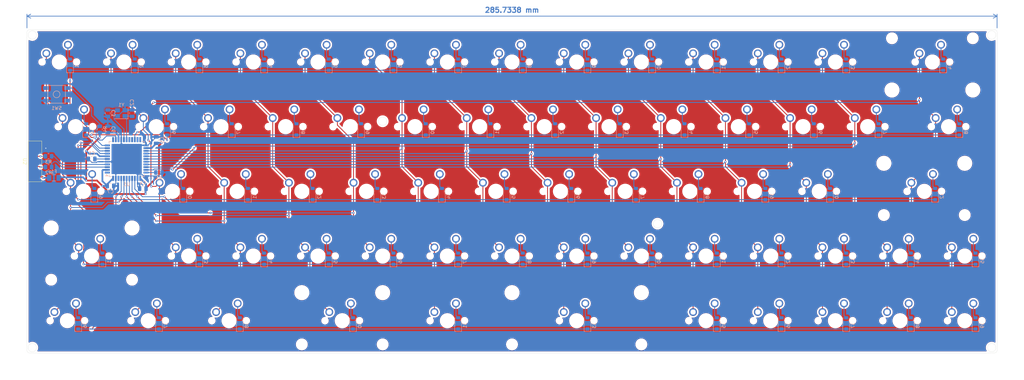
<source format=kicad_pcb>
(kicad_pcb (version 20240108) (generator "pcbnew") (generator_version "8.0")
  (layers (0 "F.Cu" signal) (31 "B.Cu" signal) (34 "B.Paste" user) (35 "F.Paste" user) (36 "B.SilkS" user "B.Silkscreen") (37 "F.SilkS" user "F.Silkscreen") (38 "B.Mask" user) (39 "F.Mask" user) (44 "Edge.Cuts" user))
  (net 0 "")
  (net 1 "Net-(U1-UCAP)")
  (net 2 "GND")
  (net 3 "Net-(U1-XTAL1)")
  (net 4 "Net-(U1-XTAL2)")
  (net 5 "+5V")
  (net 6 "Net-(D1-A)")
  (net 7 "ROW 0")
  (net 8 "Net-(D2-A)")
  (net 9 "Net-(D3-A)")
  (net 10 "Net-(D4-A)")
  (net 11 "Net-(D5-A)")
  (net 12 "Net-(D6-A)")
  (net 13 "Net-(D7-A)")
  (net 14 "Net-(D8-A)")
  (net 15 "Net-(D9-A)")
  (net 16 "Net-(D10-A)")
  (net 17 "Net-(D11-A)")
  (net 18 "Net-(D12-A)")
  (net 19 "Net-(D13-A)")
  (net 20 "Net-(D14-A)")
  (net 21 "ROW 1")
  (net 22 "Net-(D15-A)")
  (net 23 "Net-(D16-A)")
  (net 24 "Net-(D17-A)")
  (net 25 "Net-(D18-A)")
  (net 26 "Net-(D19-A)")
  (net 27 "Net-(D20-A)")
  (net 28 "Net-(D21-A)")
  (net 29 "Net-(D22-A)")
  (net 30 "Net-(D23-A)")
  (net 31 "Net-(D24-A)")
  (net 32 "Net-(D25-A)")
  (net 33 "Net-(D26-A)")
  (net 34 "Net-(D27-A)")
  (net 35 "Net-(D28-A)")
  (net 36 "Net-(D29-A)")
  (net 37 "ROW 2")
  (net 38 "Net-(D30-A)")
  (net 39 "Net-(D31-A)")
  (net 40 "Net-(D32-A)")
  (net 41 "Net-(D33-A)")
  (net 42 "Net-(D34-A)")
  (net 43 "Net-(D35-A)")
  (net 44 "Net-(D36-A)")
  (net 45 "Net-(D37-A)")
  (net 46 "Net-(D38-A)")
  (net 47 "Net-(D39-A)")
  (net 48 "Net-(D40-A)")
  (net 49 "ROW 3")
  (net 50 "Net-(D41-A)")
  (net 51 "Net-(D42-A)")
  (net 52 "Net-(D43-A)")
  (net 53 "Net-(D44-A)")
  (net 54 "Net-(D45-A)")
  (net 55 "Net-(D46-A)")
  (net 56 "Net-(D47-A)")
  (net 57 "Net-(D48-A)")
  (net 58 "Net-(D49-A)")
  (net 59 "Net-(D50-A)")
  (net 60 "Net-(D51-A)")
  (net 61 "Net-(D52-A)")
  (net 62 "Net-(D53-A)")
  (net 63 "Net-(D54-A)")
  (net 64 "Net-(D55-A)")
  (net 65 "Net-(D56-A)")
  (net 66 "ROW 4")
  (net 67 "Net-(D57-A)")
  (net 68 "Net-(D58-A)")
  (net 69 "Net-(D60-A)")
  (net 70 "Net-(D61-A)")
  (net 71 "Net-(D63-A)")
  (net 72 "Net-(D65-A)")
  (net 73 "Net-(D66-A)")
  (net 74 "Net-(D67-A)")
  (net 75 "Net-(D68-A)")
  (net 76 "Net-(D69-A)")
  (net 77 "VCC")
  (net 78 "COL 0")
  (net 79 "COL 1")
  (net 80 "COL 2")
  (net 81 "COL 3")
  (net 82 "COL 4")
  (net 83 "COL 5")
  (net 84 "COL 6")
  (net 85 "COL 7")
  (net 86 "COL 8")
  (net 87 "COL 9")
  (net 88 "COL 10")
  (net 89 "COL 11")
  (net 90 "COL 12")
  (net 91 "COL 13")
  (net 92 "Net-(U1-~{HWB}{slash}PE2)")
  (net 93 "D -")
  (net 94 "Net-(U1-D-)")
  (net 95 "D +")
  (net 96 "Net-(U1-D+)")
  (net 97 "Net-(U1-~{RESET})")
  (footprint "marbastlib-mx:SW_MX_1.25u" (layer "F.Cu") (at 115.0865 157.9463)
    (property "Reference" "MX57" (hide yes))
    (property "Value" "MX_SW_solder")
  )
  (footprint "marbastlib-mx:SW_MX_1.5u" (layer "F.Cu") (at 350.8154 100.7999)
    (property "Reference" "MX28" (hide yes))
    (property "Value" "MX_SW_solder")
  )
  (footprint "marbastlib-mx:SW_MX_1u" (layer "F.Cu") (at 203.1872 81.7511)
    (property "Reference" "MX7" (hide yes))
    (property "Value" "MX_SW_solder")
  )
  (footprint "marbastlib-mx:SW_MX_1u" (layer "F.Cu") (at 250.8092 100.7999)
    (property "Reference" "MX23" (hide yes))
    (property "Value" "MX_SW_solder")
  )
  (footprint "Symbol:USB-C" (layer "F.Cu") (at 78.2511 111.0306 -90)
    (property "Reference" "U2")
    (property "Value" "~")
  )
  (footprint "marbastlib-mx:SW_MX_1.25u" (layer "F.Cu") (at 138.8975 157.9463)
    (property "Reference" "MX58" (hide yes))
    (property "Value" "MX_SW_solder")
  )
  (footprint "marbastlib-mx:SW_MX_1u" (layer "F.Cu") (at 117.4676 100.7999)
    (property "Reference" "MX16" (hide yes))
    (property "Value" "MX_SW_solder")
  )
  (footprint "marbastlib-mx:SW_MX_1u" (layer "F.Cu") (at 184.1384 81.7511)
    (property "Reference" "MX6" (hide yes))
    (property "Value" "MX_SW_solder")
  )
  (footprint "marbastlib-mx:SW_MX_1u" (layer "F.Cu") (at 179.3762 119.8487)
    (property "Reference" "MX33" (hide yes))
    (property "Value" "MX_SW_solder")
  )
  (footprint "marbastlib-mx:SW_MX_1u" (layer "F.Cu") (at 88.8944 81.7511)
    (property "Reference" "MX1" (hide yes))
    (property "Value" "MX_SW_solder")
  )
  (footprint "marbastlib-mx:SW_MX_1.25u" (layer "F.Cu") (at 91.2755 157.9463)
    (property "Reference" "MX56" (hide yes))
    (property "Value" "MX_SW_solder")
  )
  (footprint "marbastlib-mx:SW_MX_1u" (layer "F.Cu") (at 155.5652 100.7999)
    (property "Reference" "MX18" (hide yes))
    (property "Value" "MX_SW_solder")
  )
  (footprint "marbastlib-mx:SW_MX_1u" (layer "F.Cu") (at 126.992 138.8975)
    (property "Reference" "MX43" (hide yes))
    (property "Value" "MX_SW_solder")
  )
  (footprint "marbastlib-mx:SW_MX_1u" (layer "F.Cu") (at 260.3336 81.7511)
    (property "Reference" "MX10" (hide yes))
    (property "Value" "MX_SW_solder")
  )
  (footprint "marbastlib-mx:SW_MX_1u" (layer "F.Cu") (at 146.0408 81.7511)
    (property "Reference" "MX4" (hide yes))
    (property "Value" "MX_SW_solder")
  )
  (footprint "marbastlib-mx:SW_MX_1.75u" (layer "F.Cu") (at 96.0377 119.8487)
    (property "Reference" "MX29" (hide yes))
    (property "Value" "MX_SW_solder")
  )
  (footprint "marbastlib-mx:SW_MX_1u" (layer "F.Cu") (at 312.7178 119.8487)
    (property "Reference" "MX40" (hide yes))
    (property "Value" "MX_SW_solder")
  )
  (footprint "marbastlib-mx:SW_MX_1u" (layer "F.Cu") (at 279.3824 81.7511)
    (property "Reference" "MX11" (hide yes))
    (property "Value" "MX_SW_solder")
  )
  (footprint "marbastlib-mx:SW_MX_1u" (layer "F.Cu") (at 269.858 100.7999)
    (property "Reference" "MX24" (hide yes))
    (property "Value" "MX_SW_solder")
  )
  (footprint "marbastlib-mx:SW_MX_1u" (layer "F.Cu") (at 298.4312 138.8975)
    (property "Reference" "MX52" (hide yes))
    (property "Value" "MX_SW_solder")
  )
  (footprint "marbastlib-mx:SW_MX_1u" (layer "F.Cu") (at 172.2329 157.9463)
    (property "Reference" "MX60" (hide yes))
    (property "Value" "MX_SW_solder")
  )
  (footprint "marbastlib-mx:SW_MX_1u" (layer "F.Cu") (at 343.6721 119.8487)
    (property "Reference" "MX42" (hide yes))
    (property "Value" "MX_SW_solder")
  )
  (footprint "marbastlib-mx:SW_MX_1u" (layer "F.Cu") (at 241.2848 157.9463)
    (property "Reference" "MX63" (hide yes))
    (property "Value" "MX_SW_solder")
  )
  (footprint "marbastlib-mx:SW_MX_1u" (layer "F.Cu") (at 212.7116 100.7999)
    (property "Reference" "MX21" (hide yes))
    (property "Value" "MX_SW_solder")
  )
  (footprint "marbastlib-mx:SW_MX_1u" (layer "F.Cu") (at 241.2848 81.7511)
    (property "Reference" "MX9" (hide yes))
    (property "Value" "MX_SW_solder")
  )
  (footprint "marbastlib-mx:SW_MX_1u" (layer "F.Cu") (at 279.3824 157.9463)
    (property "Reference" "MX65" (hide yes))
    (property "Value" "MX_SW_solder")
  )
  (footprint "marbastlib-mx:SW_MX_1u" (layer "F.Cu") (at 260.3336 138.8975)
    (property "Reference" "MX50" (hide yes))
    (property "Value" "MX_SW_solder")
  )
  (footprint "marbastlib-mx:SW_MX_1u" (layer "F.Cu") (at 236.5226 119.8487)
    (property "Reference" "MX36" (hide yes))
    (property "Value" "MX_SW_solder")
  )
  (footprint "marbastlib-mx:SW_MX_1u" (layer "F.Cu") (at 355.5776 138.8975)
    (property "Reference" "MX55" (hide yes))
    (property "Value" "MX_SW_solder")
  )
  (footprint "marbastlib-mx:SW_MX_1u" (layer "F.Cu") (at 317.48 81.7511)
    (property "Reference" "MX13" (hide yes))
    (property "Value" "MX_SW_solder")
  )
  (footprint "marbastlib-mx:SW_MX_1u" (layer "F.Cu") (at 293.669 119.8487)
    (property "Reference" "MX39" (hide yes))
    (property "Value" "MX_SW_solder")
  )
  (footprint "marbastlib-mx:SW_MX_1u" (layer "F.Cu") (at 193.6628 100.7999)
    (property "Reference" "MX20" (hide yes))
    (property "Value" "MX_SW_solder")
  )
  (footprint "marbastlib-mx:SW_MX_1u" (layer "F.Cu") (at 98.4188 138.8975)
    (property "Reference" "MX41" (hide yes))
    (property "Value" "MX_SW_solder")
  )
  (footprint "marbastlib-mx:SW_MX_1u" (layer "F.Cu") (at 307.9556 100.7999)
    (property "Reference" "MX26" (hide yes))
    (property "Value" "MX_SW_solder")
  )
  (footprint "marbastlib-mx:SW_MX_1u" (layer "F.Cu") (at 355.5776 157.9463)
    (property "Reference" "MX69" (hide yes))
    (property "Value" "MX_SW_solder")
  )
  (footprint "marbastlib-mx:SW_MX_1u" (layer "F.Cu") (at 122.2298 119.8487)
    (property "Reference" "MX30" (hide yes))
    (property "Value" "MX_SW_solder")
  )
  (footprint "marbastlib-mx:SW_MX_1u" (layer "F.Cu") (at 336.5288 157.9463)
    (property "Reference" "MX68" (hide yes))
    (property "Value" "MX_SW_solder")
  )
  (footprint "marbastlib-mx:STAB_MX_3u" (layer "F.Cu") (at 241.2848 157.9463 180)
    (property "Reference" "S5" (hide yes))
    (property "Value" "RSpace")
  )
  (footprint "marbastlib-mx:SW_MX_1u" (layer "F.Cu") (at 217.4738 119.8487)
    (property "Reference" "MX35" (hide yes))
    (property "Value" "MX_SW_solder")
  )
  (footprint "marbastlib-mx:SW_MX_1u" (layer "F.Cu") (at 222.236 81.7511)
    (property "Reference" "MX8" (hide yes))
    (property "Value" "MX_SW_solder")
  )
  (footprint "marbastlib-mx:SW_MX_1u" (layer "F.Cu") (at 141.2786 119.8487)
    (property "Reference" "MX31" (hide yes))
    (property "Value" "MX_SW_solder")
  )
  (footprint "marbastlib-mx:SW_MX_1u" (layer "F.Cu") (at 160.3274 119.8487)
    (property "Reference" "MX32" (hide yes))
    (property "Value" "MX_SW_solder")
  )
  (footprint "marbastlib-mx:SW_MX_1u" (layer "F.Cu") (at 241.2848 138.8975)
    (property "Reference" "MX49" (hide yes))
    (property "Value" "MX_SW_solder")
  )
  (footprint "marbastlib-mx:SW_MX_1u" (layer "F.Cu") (at 165.0896 81.7511)
    (property "Reference" "MX5" (hide yes))
    (property "Value" "MX_SW_solder")
  )
  (footprint "marbastlib-mx:SW_MX_1u" (layer "F.Cu") (at 255.5714 119.8487)
    (property "Reference" "MX37" (hide yes))
    (property "Value" "MX_SW_solder")
  )
  (footprint "marbastlib-mx:SW_MX_1u" (layer "F.Cu") (at 198.425 119.8487)
    (property "Reference" "MX34" (hide yes))
    (property "Value" "MX_SW_solder")
  )
  (footprint "marbastlib-mx:SW_MX_1u" (layer "F.Cu") (at 136.5164 100.7999)
    (property "Reference" "MX17" (hide yes))
    (property "Value" "MX_SW_solder")
  )
  (footprint "marbastlib-mx:SW_MX_1u" (layer "F.Cu") (at 146.0408 138.8975)
    (property "Reference" "MX44" (hide yes))
    (property "Value" "MX_SW_solder")
  )
  (footprint "marbastlib-mx:SW_MX_1u" (layer "F.Cu") (at 346.0532 81.7511)
    (property "Reference" "MX14" (hide yes))
    (property "Value" "MX_SW_solder")
  )
  (footprint "marbastlib-mx:SW_MX_1u" (layer "F.Cu") (at 298.4312 157.9463)
    (property "Reference" "MX66" (hide yes))
    (property "Value" "MX_SW_solder")
  )
  (footprint "marbastlib-mx:SW_MX_1u" (layer "F.Cu") (at 317.48 157.9463)
    (property "Reference" "MX67" (hide yes))
    (property "Value" "MX_SW_solder")
  )
  (footprint "marbastlib-mx:SW_MX_1u" (layer "F.Cu") (at 174.614 100.7999)
    (property "Reference" "MX19" (hide yes))
    (property "Value" "MX_SW_solder")
  )
  (footprint "marbastlib-mx:SW_MX_1u" (layer "F.Cu") (at 288.9068 100.7999)
    (property "Reference" "MX25" (hide yes))
    (property "Value" "MX_SW_solder")
  )
  (footprint "marbastlib-mx:SW_MX_1u" (layer "F.Cu") (at 126.992 81.7511)
    (property "Reference" "MX3" (hide yes))
    (property "Value" "MX_SW_solder")
  )
  (footprint "marbastlib-mx:SW_MX_1u" (layer "F.Cu") (at 203.1872 138.8975)
    (property "Reference" "MX47" (hide yes))
    (property "Value" "MX_SW_solder")
  )
  (footprint "marbastlib-mx:STAB_MX_2u" (layer "F.Cu") (at 346.0532 81.7511)
    (property "Reference" "S1" (hide yes))
    (property "Value" "Backspace")
  )
  (footprint "marbastlib-mx:SW_MX_1u" (layer "F.Cu") (at 107.9432 81.7511)
    (property "Reference" "MX2" (hide yes))
    (property "Value" "MX_SW_solder")
  )
  (footprint "marbastlib-mx:SW_MX_1u" (layer "F.Cu") (at 317.48 138.8975)
    (property "Reference" "MX53" (hide yes))
    (property "Value" "MX_SW_solder")
  )
  (footprint "marbastlib-mx:SW_MX_1u" (layer "F.Cu") (at 222.236 138.8975)
    (property "Reference" "MX48" (hide yes))
    (property "Value" "MX_SW_solder")
  )
  (footprint "marbastlib-mx:SW_MX_1.5u" (layer "F.Cu") (at 93.6566 100.7999)
    (property "Reference" "MX15" (hide yes))
    (property "Value" "MX_SW_solder")
  )
  (footprint "marbastlib-mx:SW_MX_1u" (layer "F.Cu") (at 327.0044 100.7999)
    (property "Reference" "MX27" (hide yes))
    (property "Value" "MX_SW_solder")
  )
  (footprint "marbastlib-mx:SW_MX_1u" (layer "F.Cu") (at 274.6202 119.8487)
    (property "Reference" "MX38" (hide yes))
    (property "Value" "MX_SW_solder")
  )
  (footprint "marbastlib-mx:STAB_MX_2.25u" (layer "F.Cu") (at 343.6721 119.8487 180)
    (property "Reference" "S2" (hide yes))
    (property "Value" "Enter")
  )
  (footprint "marbastlib-mx:STAB_MX_2u" (layer "F.Cu") (at 98.4188 138.8975 180)
    (property "Reference" "S3" (hide yes))
    (property "Value" "LShift")
  )
  (footprint "marbastlib-mx:STAB_MX_2.25u" (layer "F.Cu") (at 172.2329 157.9463 180)
    (property "Reference" "S4" (hide yes))
    (property "Value" "LSpace")
  )
  (footprint "marbastlib-mx:SW_MX_1u" (layer "F.Cu") (at 231.7604 100.7999)
    (property "Reference" "MX22" (hide yes))
    (property "Value" "MX_SW_solder")
  )
  (footprint "marbastlib-mx:SW_MX_1u" (layer "F.Cu") (at 165.0896 138.8975)
    (property "Reference" "MX45" (hide yes))
    (property "Value" "MX_SW_solder")
  )
  (footprint "marbastlib-mx:SW_MX_1u" (layer "F.Cu") (at 298.4312 81.7511)
    (property "Reference" "MX12" (hide yes))
    (property "Value" "MX_SW_solder")
  )
  (footprint "marbastlib-mx:SW_MX_1u" (layer "F.Cu") (at 203.1872 157.9463)
    (property "Reference" "MX61" (hide yes))
    (property "Value" "MX_SW_solder")
  )
  (footprint "marbastlib-mx:SW_MX_1u" (layer "F.Cu") (at 184.1384 138.8975)
    (property "Reference" "MX46" (hide yes))
    (property "Value" "MX_SW_solder")
  )
  (footprint "marbastlib-mx:SW_MX_1u" (layer "F.Cu") (at 279.3824 138.8975)
    (property "Reference" "MX51" (hide yes))
    (property "Value" "MX_SW_solder")
  )
  (footprint "marbastlib-mx:SW_MX_1u" (layer "F.Cu") (at 336.5288 138.8975)
    (property "Reference" "MX54" (hide yes))
    (property "Value" "MX_SW_solder")
  )
  (footprint "Capacitor_SMD:C_0805_2012Metric" (layer "B.Cu") (at 103.181 101.5936 90)
    (property "Reference" "C6")
    (property "Value" "0.1uF")
  )
  (footprint "Diode_SMD:D_SOD-123" (layer "B.Cu") (at 277.795 120.6424 90)
    (property "Reference" "D38")
    (property "Value" "D_Small")
  )
  (footprint "Diode_SMD:D_SOD-123" (layer "B.Cu") (at 206.362 158.74 90)
    (property "Reference" "D61")
    (property "Value" "D_Small")
  )
  (footprint "Diode_SMD:D_SOD-123" (layer "B.Cu") (at 220.6486 120.6424 90)
    (property "Reference" "D35")
    (property "Value" "D_Small")
  )
  (footprint "Diode_SMD:D_SOD-123" (layer "B.Cu") (at 330.1792 101.5936 90)
    (property "Reference" "D27")
    (property "Value" "D_Small")
  )
  (footprint "Capacitor_SMD:C_0805_2012Metric" (layer "B.Cu") (at 110.3243 96.8314 -90)
    (property "Reference" "C2")
    (property "Value" "22pF")
  )
  (footprint "Diode_SMD:D_SOD-123" (layer "B.Cu") (at 311.1304 101.5936 90)
    (property "Reference" "D26")
    (property "Value" "D_Small")
  )
  (footprint "Diode_SMD:D_SOD-123" (layer "B.Cu") (at 99.2125 120.6424 90)
    (property "Reference" "D29")
    (property "Value" "D_Small")
  )
  (footprint "Diode_SMD:D_SOD-123" (layer "B.Cu") (at 358.7524 139.6912 90)
    (property "Reference" "D55")
    (property "Value" "D_Small")
  )
  (footprint "Diode_SMD:D_SOD-123" (layer "B.Cu") (at 96.8314 101.5936 90)
    (property "Reference" "D15")
    (property "Value" "D_Small")
  )
  (footprint "Diode_SMD:D_SOD-123" (layer "B.Cu") (at 296.8438 120.6424 90)
    (property "Reference" "D39")
    (property "Value" "D_Small")
  )
  (footprint "Diode_SMD:D_SOD-123" (layer "B.Cu") (at 263.5084 139.6912 90)
    (property "Reference" "D50")
    (property "Value" "D_Small")
  )
  (footprint "Diode_SMD:D_SOD-123" (layer "B.Cu") (at 111.118 82.5448 90)
    (property "Reference" "D2")
    (property "Value" "D_Small")
  )
  (footprint "Diode_SMD:D_SOD-123" (layer "B.Cu") (at 273.0328 101.5936 90)
    (property "Reference" "D24")
    (property "Value" "D_Small")
  )
  (footprint "Diode_SMD:D_SOD-123" (layer "B.Cu") (at 158.74 101.5936 90)
    (property "Reference" "D18")
    (property "Value" "D_Small")
  )
  (footprint "Resistor_SMD:R_0805_2012Metric" (layer "B.Cu") (at 118.2613 114.2928)
    (property "Reference" "R1")
    (property "Value" "10k")
  )
  (footprint "Diode_SMD:D_SOD-123" (layer "B.Cu") (at 234.9352 101.5936 90)
    (property "Reference" "D22")
    (property "Value" "D_Small")
  )
  (footprint "Resistor_SMD:R_0805_2012Metric" (layer "B.Cu") (at 85.7196 112.7054)
    (property "Reference" "R2")
    (property "Value" "22 Ohm")
  )
  (footprint "Diode_SMD:D_SOD-123" (layer "B.Cu") (at 315.8926 120.6424 90)
    (property "Reference" "D40")
    (property "Value" "D_Small")
  )
  (footprint "Diode_SMD:D_SOD-123" (layer "B.Cu") (at 130.1668 139.6912 90)
    (property "Reference" "D43")
    (property "Value" "D_Small")
  )
  (footprint "Diode_SMD:D_SOD-123" (layer "B.Cu") (at 339.7036 158.74 90)
    (property "Reference" "D68")
    (property "Value" "D_Small")
  )
  (footprint "Diode_SMD:D_SOD-123" (layer "B.Cu") (at 168.2644 82.5448 90)
    (property "Reference" "D5")
    (property "Value" "D_Small")
  )
  (footprint "Diode_SMD:D_SOD-123" (layer "B.Cu") (at 239.6974 120.6424 90)
    (property "Reference" "D36")
    (property "Value" "D_Small")
  )
  (footprint "Diode_SMD:D_SOD-123" (layer "B.Cu") (at 101.5936 139.6912 90)
    (property "Reference" "D41")
    (property "Value" "D_Small")
  )
  (footprint "Diode_SMD:D_SOD-123" (layer "B.Cu") (at 130.1668 82.5448 90)
    (property "Reference" "D3")
    (property "Value" "D_Small")
  )
  (footprint "Capacitor_SMD:C_0805_2012Metric" (layer "B.Cu") (at 103.9747 118.2613)
    (property "Reference" "C7")
    (property "Value" "10uF")
  )
  (footprint "Capacitor_SMD:C_0805_2012Metric" (layer "B.Cu") (at 113.4991 119.055 180)
    (property "Reference" "C4")
    (property "Value" "0.1uF")
  )
  (footprint "Diode_SMD:D_SOD-123" (layer "B.Cu") (at 177.7888 101.5936 90)
    (property "Reference" "D19")
    (property "Value" "D_Small")
  )
  (footprint "Diode_SMD:D_SOD-123" (layer "B.Cu") (at 353.9902 101.5936 90)
    (property "Reference" "D28")
    (property "Value" "D_Small")
  )
  (footprint "Diode_SMD:D_SOD-123" (layer "B.Cu") (at 225.4108 82.5448 90)
    (property "Reference" "D8")
    (property "Value" "D_Small")
  )
  (footprint "Crystal:Crystal_SMD_3225-4Pin_3.2x2.5mm" (layer "B.Cu") (at 107.1495 96.8314 180)
    (property "Reference" "Y1")
    (property "Value" "16MHz")
  )
  (footprint "Diode_SMD:D_SOD-123" (layer "B.Cu") (at 206.362 139.6912 90)
    (property "Reference" "D47")
    (property "Value" "D_Small")
  )
  (footprint "Diode_SMD:D_SOD-123" (layer "B.Cu") (at 206.362 82.5448 90)
    (property "Reference" "D7")
    (property "Value" "D_Small")
  )
  (footprint "Diode_SMD:D_SOD-123" (layer "B.Cu") (at 320.6548 139.6912 90)
    (property "Reference" "D53")
    (property "Value" "D_Small")
  )
  (footprint "Diode_SMD:D_SOD-123" (layer "B.Cu") (at 263.5084 82.5448 90)
    (property "Reference" "D10")
    (property "Value" "D_Small")
  )
  (footprint "Diode_SMD:D_SOD-123" (layer "B.Cu") (at 120.6424 101.5936 90)
    (property "Reference" "D16")
    (property "Value" "D_Small")
  )
  (footprint "Diode_SMD:D_SOD-123" (layer "B.Cu") (at 215.8864 101.5936 90)
    (property "Reference" "D21")
    (property "Value" "D_Small")
  )
  (footprint "Capacitor_SMD:C_0805_2012Metric" (layer "B.Cu") (at 98.4188 110.3243 180)
    (property "Reference" "C1")
    (property "Value" "1uF")
  )
  (footprint "Diode_SMD:D_SOD-123" (layer "B.Cu") (at 301.606 158.74 90)
    (property "Reference" "D66")
    (property "Value" "D_Small")
  )
  (footprint "Diode_SMD:D_SOD-123" (layer "B.Cu") (at 282.5572 82.5448 90)
    (property "Reference" "D11")
    (property "Value" "D_Small")
  )
  (footprint "Diode_SMD:D_SOD-123" (layer "B.Cu") (at 301.606 82.5448 90)
    (property "Reference" "D12")
    (property "Value" "D_Small")
  )
  (footprint "Diode_SMD:D_SOD-123" (layer "B.Cu") (at 187.3132 139.6912 90)
    (property "Reference" "D46")
    (property "Value" "D_Small")
  )
  (footprint "Diode_SMD:D_SOD-123" (layer "B.Cu") (at 282.5572 139.6912 90)
    (property "Reference" "D51")
    (property "Value" "D_Small")
  )
  (footprint "Capacitor_SMD:C_0805_2012Metric" (layer "B.Cu") (at 103.181 96.8314 90)
    (property "Reference" "C3")
    (property "Value" "22pF")
  )
  (footprint "Diode_SMD:D_SOD-123" (layer "B.Cu") (at 196.8376 101.5936 90)
    (property "Reference" "D20")
    (property "Value" "D_Small")
  )
  (footprint "Diode_SMD:D_SOD-123" (layer "B.Cu") (at 118.2613 158.74 90)
    (property "Reference" "D57")
    (property "Value" "D_Small")
  )
  (footprint "Resistor_SMD:R_0805_2012Metric" (layer "B.Cu") (at 85.7196 109.5306)
    (property "Reference" "R3")
    (property "Value" "22 Ohm")
  )
  (footprint "Diode_SMD:D_SOD-123" (layer "B.Cu") (at 320.6548 158.74 90)
    (property "Reference" "D67")
    (property "Value" "D_Small")
  )
  (footprint "Diode_SMD:D_SOD-123" (layer "B.Cu") (at 175.4077 158.74 90)
    (property "Reference" "D60")
    (property "Value" "D_Small")
  )
  (footprint "Diode_SMD:D_SOD-123" (layer "B.Cu") (at 244.4596 82.5448 90)
    (property "Reference" "D9")
    (property "Value" "D_Small")
  )
  (footprint "Package_QFP:TQFP-44_10x10mm_P0.8mm" (layer "B.Cu") (at 108.7369 110.3243)
    (property "Reference" "U1")
    (property "Value" "ATmega32U4-A")
  )
  (footprint "Diode_SMD:D_SOD-123" (layer "B.Cu") (at 168.2644 139.6912 90)
    (property "Reference" "D45")
    (property "Value" "D_Small")
  )
  (footprint "Diode_SMD:D_SOD-123" (layer "B.Cu") (at 201.5998 120.6424 90)
    (property "Reference" "D34")
    (property "Value" "D_Small")
  )
  (footprint "Diode_SMD:D_SOD-123" (layer "B.Cu") (at 346.8469 120.6424 90)
    (property "Reference" "D42")
    (property "Value" "D_Small")
  )
  (footprint "Diode_SMD:D_SOD-123" (layer "B.Cu") (at 244.4596 158.74 90)
    (property "Reference" "D63")
    (property "Value" "D_Small")
  )
  (footprint "Diode_SMD:D_SOD-123" (layer "B.Cu") (at 92.0692 82.5448 90)
    (property "Reference" "D1")
    (property "Value" "D_Small")
  )
  (footprint "Diode_SMD:D_SOD-123" (layer "B.Cu") (at 144.4534 120.6424 90)
    (property "Reference" "D31")
    (property "Value" "D_Small")
  )
  (footprint "Diode_SMD:D_SOD-123" (layer "B.Cu") (at 349.228 82.5448 90)
    (property "Reference" "D14")
    (property "Value" "D_Small")
  )
  (footprint "Diode_SMD:D_SOD-123" (layer "B.Cu") (at 253.984 101.5936 90)
    (property "Reference" "D23")
    (property "Value" "D_Small")
  )
  (footprint "Diode_SMD:D_SOD-123" (layer "B.Cu") (at 182.551 120.6424 90)
    (property "Reference" "D33")
    (property "Value" "D_Small")
  )
  (footprint "Diode_SMD:D_SOD-123" (layer "B.Cu") (at 139.6912 101.5936 90)
    (property "Reference" "D17")
    (property "Value" "D_Small")
  )
  (footprint "Diode_SMD:D_SOD-123" (layer "B.Cu") (at 163.5022 120.6424 90)
    (property "Reference" "D32")
    (property "Value" "D_Small")
  )
  (footprint "Diode_SMD:D_SOD-123" (layer "B.Cu") (at 282.5572 158.74 90)
    (property "Reference" "D65")
    (property "Value" "D_Small")
  )
  (footprint "Resistor_SMD:R_0805_2012Metric" (layer "B.Cu") (at 100.7999 101.5936 90)
    (property "Reference" "R4")
    (property "Value" "10k")
  )
  (footprint "Diode_SMD:D_SOD-123" (layer "B.Cu") (at 142.0723 158.74 90)
    (property "Reference" "D58")
    (property "Value" "D_Small")
  )
  (footprint "Diode_SMD:D_SOD-123" (layer "B.Cu") (at 149.2156 139.6912 90)
    (property "Reference" "D44")
    (property "Value" "D_Small")
  )
  (footprint "Fuse:Fuse_1206_3216Metric" (layer "B.Cu") (at 87.307 115.8802 180)
    (property "Reference" "F1")
    (property "Value" "Polyfuse_Small")
  )
  (footprint "Diode_SMD:D_SOD-123" (layer "B.Cu") (at 94.4503 158.74 90)
    (property "Reference" "D56")
    (property "Value" "D_Small")
  )
  (footprint "Diode_SMD:D_SOD-123" (layer "B.Cu") (at 187.3132 82.5448 90)
    (property "Reference" "D6")
    (property "Value" "D_Small")
  )
  (footprint "Capacitor_SMD:C_0805_2012Metric" (layer "B.Cu") (at 117.4676 104.7684 90)
    (property "Reference" "C5")
    (property "Value" "0.1uF")
  )
  (footprint "Diode_SMD:D_SOD-123" (layer "B.Cu") (at 292.0816 101.5936 90)
    (property "Reference" "D25")
    (property "Value" "D_Small")
  )
  (footprint "Diode_SMD:D_SOD-123" (layer "B.Cu") (at 149.2156 82.5448 90)
    (property "Reference" "D4")
    (property "Value" "D_Small")
  )
  (footprint "Diode_SMD:D_SOD-123" (layer "B.Cu") (at 225.4108 139.6912 90)
    (property "Reference" "D48")
    (property "Value" "D_Small")
  )
  (footprint "Diode_SMD:D_SOD-123" (layer "B.Cu") (at 320.6548 82.5448 90)
    (property "Reference" "D13")
    (property "Value" "D_Small")
  )
  (footprint "random-keyboard-parts:SKQG-1155865" (layer "B.Cu") (at 88.1007 91.2755 180)
    (property "Reference" "SW1")
    (property "Value" "SW_Push")
  )
  (footprint "Diode_SMD:D_SOD-123" (layer "B.Cu") (at 125.4046 120.6424 90)
    (property "Reference" "D30")
    (property "Value" "D_Small")
  )
  (footprint "Diode_SMD:D_SOD-123" (layer "B.Cu") (at 358.7524 158.74 90)
    (property "Reference" "D69")
    (property "Value" "D_Small")
  )
  (footprint "Diode_SMD:D_SOD-123" (layer "B.Cu") (at 258.7462 120.6424 90)
    (property "Reference" "D37")
    (property "Value" "D_Small")
  )
  (footprint "Diode_SMD:D_SOD-123" (layer "B.Cu") (at 244.4596 139.6912 90)
    (property "Reference" "D49")
    (property "Value" "D_Small")
  )
  (footprint "Diode_SMD:D_SOD-123" (layer "B.Cu") (at 301.606 139.6912 90)
    (property "Reference" "D52")
    (property "Value" "D_Small")
  )
  (footprint "Diode_SMD:D_SOD-123" (layer "B.Cu") (at 339.7036 139.6912 90)
    (property "Reference" "D54")
    (property "Value" "D_Small")
  )
  (gr_arc (start 365.102 166.677) (mid 364.869531 167.238231) (end 364.3083 167.4707) (stroke (width 0.05)) (layer "Edge.Cuts"))
  (gr_arc (start 364.3083 72.2267) (mid 364.869531 72.459169) (end 365.102 73.0204) (stroke (width 0.05)) (layer "Edge.Cuts"))
  (gr_line (start 364.3083 167.4707) (end 80.1637 167.4707) (stroke (width 0.05)) (layer "Edge.Cuts"))
  (gr_line (start 365.102 73.0204) (end 365.102 166.677) (stroke (width 0.05)) (layer "Edge.Cuts"))
  (gr_circle (center 265.0958 129.3731) (end 266.3458 129.3731) (stroke (width 0.05)) (fill none) (layer "Edge.Cuts"))
  (gr_line (start 79.37 73.0204) (end 79.37 166.677) (stroke (width 0.05)) (layer "Edge.Cuts"))
  (gr_circle (center 363.5146 165.8833) (end 364.7646 165.8833) (stroke (width 0.05)) (fill none) (layer "Edge.Cuts"))
  (gr_circle (center 363.5146 73.8141) (end 364.7646 73.8141) (stroke (width 0.05)) (fill none) (layer "Edge.Cuts"))
  (gr_circle (center 80.9574 165.8833) (end 82.2074 165.8833) (stroke (width 0.05)) (fill none) (layer "Edge.Cuts"))
  (gr_arc (start 80.1637 167.4707) (mid 79.602469 167.238231) (end 79.37 166.677) (stroke (width 0.05)) (layer "Edge.Cuts"))
  (gr_circle (center 80.9574 73.8141) (end 82.2074 73.8141) (stroke (width 0.05)) (fill none) (layer "Edge.Cuts"))
  (gr_line (start 80.1637 72.2267) (end 364.3083 72.2267) (stroke (width 0.05)) (layer "Edge.Cuts"))
  (gr_circle (center 184.1384 99.2125) (end 185.3884 99.2125) (stroke (width 0.05)) (fill none) (layer "Edge.Cuts"))
  (gr_arc (start 79.37 73.0204) (mid 79.602469 72.459169) (end 80.1637 72.2267) (stroke (width 0.05)) (layer "Edge.Cuts"))
  (dimension (type aligned) (layer "B.Cu") (pts (xy 79.3694 72.2261) (xy 365.1032 72.2261)) (height -3.9679) (gr_text "285.7338 mm" (at 222.2363 66.4582 0) (layer "B.Cu") (effects (font (size 1.5 1.5) (thickness 0.3)))) (format (prefix "") (suffix "") (units 3) (units_format 1) (precision 4)) (style (thickness 0.2) (arrow_length 1.27) (text_position_mode 0) (extension_height 0.58642) (extension_offset 0.5) keep_text_aligned))
  (segment (start 99.3688 110.3243) (end 103.0369 110.3243) (width 0.25) (layer "B.Cu") (net 1))
  (segment (start 81.7511 106.5306) (end 84.307 106.5306) (width 0.25) (layer "F.Cu") (net 2))
  (segment (start 84.307 106.5306) (end 84.9259 107.1495) (width 0.25) (layer "F.Cu") (net 2))
  (via (at 84.9259 107.1495) (size 0.6) (drill 0.3) (layers "F.Cu" "B.Cu") (net 2))
  (segment (start 102.4609 95.0564) (end 102.131 95.3863) (width 0.25) (layer "B.Cu") (net 2))
  (segment (start 106.1495 97.6814) (end 107.8495 95.9814) (width 0.25) (layer "B.Cu") (net 2))
  (segment (start 107.1369 104.6243) (end 107.1369 101.7373) (width 0.25) (layer "B.Cu") (net 2))
  (segment (start 104.419372 100.6436) (end 103.181 100.6436) (width 0.25) (layer "B.Cu") (net 2))
  (segment (start 104.0369 111.1243) (end 103.0369 111.1243) (width 0.25) (layer "B.Cu") (net 2))
  (segment (start 113.7304 115.3178) (end 118.1488 115.3178) (width 0.25) (layer "B.Cu") (net 2))
  (segment (start 111.9369 118.4428) (end 111.9369 116.0243) (width 0.25) (layer "B.Cu") (net 2))
  (segment (start 85.0007 107.0747) (end 84.9259 107.1495) (width 0.25) (layer "B.Cu") (net 2))
  (segment (start 84.9259 107.1495) (end 94.294 107.1495) (width 0.25) (layer "B.Cu") (net 2))
  (segment (start 105.5369 117.6491) (end 105.5369 116.0243) (width 0.25) (layer "B.Cu") (net 2))
  (segment (start 111.9369 116.0243) (end 111.9369 115.0243) (width 0.25) (layer "B.Cu") (net 2))
  (segment (start 100.1139 111.1243) (end 99.8639 111.3743) (width 0.25) (layer "B.Cu") (net 2))
  (segment (start 108.2495 95.9814) (end 107.3245 95.0564) (width 0.25) (layer "B.Cu") (net 2))
  (segment (start 113.7304 115.3178) (end 113.3619 114.9493) (width 0.25) (layer "B.Cu") (net 2))
  (segment (start 105.5369 116.0243) (end 105.5369 112.6243) (width 0.25) (layer "B.Cu") (net 2))
  (segment (start 105.5369 112.6243) (end 104.0369 111.1243) (width 0.25) (layer "B.Cu") (net 2))
  (segment (start 102.131 95.3863) (end 102.131 96.7314) (width 0.25) (layer "B.Cu") (net 2))
  (segment (start 104.9247 118.2613) (end 105.5369 117.6491) (width 0.25) (layer "B.Cu") (net 2))
  (segment (start 113.3619 114.9493) (end 112.0119 114.9493) (width 0.25) (layer "B.Cu") (net 2))
  (segment (start 107.1369 105.6243) (end 107.1369 104.6243) (width 0.25) (layer "B.Cu") (net 2))
  (segment (start 110.2243 95.9814) (end 110.3243 95.8814) (width 0.25) (layer "B.Cu") (net 2))
  (segment (start 98.5188 111.3743) (end 97.4688 110.3243) (width 0.25) (layer "B.Cu") (net 2))
  (segment (start 106.0495 97.6814) (end 106.1495 97.6814) (width 0.25) (layer "B.Cu") (net 2))
  (segment (start 107.3245 95.0564) (end 102.4609 95.0564) (width 0.25) (layer "B.Cu") (net 2))
  (segment (start 114.9617 106.3243) (end 114.4369 106.3243) (width 0.25) (layer "B.Cu") (net 2))
  (segment (start 109.5369 112.6243) (end 105.5369 112.6243) (width 0.25) (layer "B.Cu") (net 2))
  (segment (start 104.0369 111.1243) (end 107.8369 107.3243) (width 0.25) (layer "B.Cu") (net 2))
  (segment (start 85.0007 93.1255) (end 85.0007 107.0747) (width 0.25) (layer "B.Cu") (net 2))
  (segment (start 107.8369 107.3243) (end 107.8369 106.3243) (width 0.25) (layer "B.Cu") (net 2))
  (segment (start 112.5491 119.055) (end 111.9369 118.4428) (width 0.25) (layer "B.Cu") (net 2))
  (segment (start 103.0369 111.1243) (end 100.1139 111.1243) (width 0.25) (layer "B.Cu") (net 2))
  (segment (start 99.8639 111.3743) (end 98.5188 111.3743) (width 0.25) (layer "B.Cu") (net 2))
  (segment (start 108.2495 95.9814) (end 110.2243 95.9814) (width 0.25) (layer "B.Cu") (net 2))
  (segment (start 107.1369 104.6243) (end 107.1369 103.361128) (width 0.25) (layer "B.Cu") (net 2))
  (segment (start 107.8369 106.3243) (end 107.1369 105.6243) (width 0.25) (layer "B.Cu") (net 2))
  (segment (start 94.294 107.1495) (end 97.4688 110.3243) (width 0.25) (layer "B.Cu") (net 2))
  (segment (start 111.9369 115.0243) (end 109.5369 112.6243) (width 0.25) (layer "B.Cu") (net 2))
  (segment (start 107.1369 103.361128) (end 104.419372 100.6436) (width 0.25) (layer "B.Cu") (net 2))
  (segment (start 112.0119 114.9493) (end 111.9369 115.0243) (width 0.25) (layer "B.Cu") (net 2))
  (segment (start 107.8495 95.9814) (end 108.2495 95.9814) (width 0.25) (layer "B.Cu") (net 2))
  (segment (start 117.4676 103.8184) (end 114.9617 106.3243) (width 0.25) (layer "B.Cu") (net 2))
  (segment (start 114.4369 106.3243) (end 107.8369 106.3243) (width 0.25) (layer "B.Cu") (net 2))
  (segment (start 118.1488 115.3178) (end 119.1738 114.2928) (width 0.25) (layer "B.Cu") (net 2))
  (segment (start 107.1369 101.7373) (end 103.181 97.7814) (width 0.25) (layer "B.Cu") (net 2))
  (segment (start 102.131 96.7314) (end 103.181 97.7814) (width 0.25) (layer "B.Cu") (net 2))
  (segment (start 108.2495 97.6814) (end 110.2243 97.6814) (width 0.25) (layer "B.Cu") (net 3))
  (segment (start 108.2495 98.1125) (end 108.7369 98.5999) (width 0.25) (layer "B.Cu") (net 3))
  (segment (start 108.7369 98.5999) (end 108.7369 104.6243) (width 0.25) (layer "B.Cu") (net 3))
  (segment (start 108.2495 97.6814) (end 108.2495 98.1125) (width 0.25) (layer "B.Cu") (net 3))
  (segment (start 110.2243 97.6814) (end 110.3243 97.7814) (width 0.25) (layer "B.Cu") (net 3))
  (segment (start 107.9369 104.6243) (end 107.9369 101.5188) (width 0.25) (layer "B.Cu") (net 4))
  (segment (start 105.0245 96.9064) (end 105.9495 95.9814) (width 0.25) (layer "B.Cu") (net 4))
  (segment (start 103.181 95.8814) (end 105.9495 95.8814) (width 0.25) (layer "B.Cu") (net 4))
  (segment (start 105.9495 95.9814) (end 106.0495 95.9814) (width 0.25) (layer "B.Cu") (net 4))
  (segment (start 105.0245 98.6064) (end 105.0245 96.9064) (width 0.25) (layer "B.Cu") (net 4))
  (segment (start 105.9495 95.8814) (end 106.0495 95.9814) (width 0.25) (layer "B.Cu") (net 4))
  (segment (start 107.9369 101.5188) (end 105.0245 98.6064) (width 0.25) (layer "B.Cu") (net 4))
  (segment (start 96.8314 116.6739) (end 96.8314 107.9432) (width 0.5) (layer "F.Cu") (net 5))
  (segment (start 101.5936 118.2613) (end 103.9747 120.6424) (width 0.5) (layer "F.Cu") (net 5))
  (segment (start 118.2613 106.3558) (end 119.055 105.5621) (width 0.5) (layer "F.Cu") (net 5))
  (segment (start 100.0062 116.6739) (end 101.5936 118.2613) (width 0.5) (layer "F.Cu") (net 5))
  (segment (start 96.8314 107.9432) (end 100.7999 103.9747) (width 0.5) (layer "F.Cu") (net 5))
  (segment (start 118.2613 115.0865) (end 118.2613 106.3558) (width 0.5) (layer "F.Cu") (net 5))
  (segment (start 114.2928 119.055) (end 118.2613 115.0865) (width 0.5) (layer "F.Cu") (net 5))
  (segment (start 114.2928 120.6424) (end 114.2928 119.055) (width 0.5) (layer "F.Cu") (net 5))
  (segment (start 103.9747 120.6424) (end 114.2928 120.6424) (width 0.5) (layer "F.Cu") (net 5))
  (segment (start 96.8314 116.6739) (end 100.0062 116.6739) (width 0.5) (layer "F.Cu") (net 5))
  (via (at 101.5936 118.2613) (size 0.6) (drill 0.3) (layers "F.Cu" "B.Cu") (net 5))
  (via (at 114.2928 120.6424) (size 0.6) (drill 0.3) (layers "F.Cu" "B.Cu") (net 5))
  (via (at 100.7999 103.9747) (size 0.6) (drill 0.3) (layers "F.Cu" "B.Cu") (net 5))
  (via (at 96.8314 116.6739) (size 0.6) (drill 0.3) (layers "F.Cu" "B.Cu") (net 5))
  (via (at 96.8314 107.9432) (size 0.6) (drill 0.3) (layers "F.Cu" "B.Cu") (net 5))
  (via (at 119.055 105.5621) (size 0.6) (drill 0.3) (layers "F.Cu" "B.Cu") (net 5))
  (segment (start 101.5936 116.8302) (end 103.0247 118.2613) (width 0.5) (layer "B.Cu") (net 5))
  (segment (start 88.8785 115.7087) (end 95.8662 115.7087) (width 0.5) (layer "B.Cu") (net 5))
  (segment (start 101.7869 113.5243) (end 101.5936 113.7176) (width 0.5) (layer "B.Cu") (net 5))
  (segment (start 114.4491 117.7365) (end 112.7369 116.0243) (width 0.5) (layer "B.Cu") (net 5))
  (segment (start 114.4491 119.055) (end 114.4491 117.7365) (width 0.5) (layer "B.Cu") (net 5))
  (segment (start 114.2928 119.2113) (end 114.4491 119.055) (width 0.5) (layer "B.Cu") (net 5))
  (segment (start 103.0369 109.5243) (end 100.7936 109.5243) (width 0.5) (layer "B.Cu") (net 5))
  (segment (start 119.055 105.5621) (end 117.6239 105.5621) (width 0.5) (layer "B.Cu") (net 5))
  (segment (start 114.2928 120.6424) (end 114.2928 119.2113) (width 0.5) (layer "B.Cu") (net 5))
  (segment (start 100.7999 102.5061) (end 103.1435 102.5061) (width 0.5) (layer "B.Cu") (net 5))
  (segment (start 105.5062 102.5436) (end 106.3369 103.3743) (width 0.5) (layer "B.Cu") (net 5))
  (segment (start 103.0247 117.7365) (end 104.7369 116.0243) (width 0.5) (layer "B.Cu") (net 5))
  (segment (start 100.0062 108.7369) (end 97.6251 108.7369) (width 0.5) (layer "B.Cu") (net 5))
  (segment (start 103.1435 102.5061) (end 103.181 102.5436) (width 0.5) (layer "B.Cu") (net 5))
  (segment (start 116.0617 107.1243) (end 114.4369 107.1243) (width 0.5) (layer "B.Cu") (net 5))
  (segment (start 100.7936 109.5243) (end 100.0062 108.7369) (width 0.5) (layer "B.Cu") (net 5))
  (segment (start 106.3369 103.3743) (end 106.3369 104.6243) (width 0.5) (layer "B.Cu") (net 5))
  (segment (start 95.8662 115.7087) (end 96.8314 116.6739) (width 0.5) (layer "B.Cu") (net 5))
  (segment (start 117.4676 105.7184) (end 116.0617 107.1243) (width 0.5) (layer "B.Cu") (net 5))
  (segment (start 101.5936 113.7176) (end 101.5936 116.8302) (width 0.5) (layer "B.Cu") (net 5))
  (segment (start 103.0247 118.2613) (end 103.0247 117.7365) (width 0.5) (layer "B.Cu") (net 5))
  (segment (start 103.0369 113.5243) (end 101.7869 113.5243) (width 0.5) (layer "B.Cu") (net 5))
  (segment (start 100.7999 103.9747) (end 100.7999 102.5061) (width 0.5) (layer "B.Cu") (net 5))
  (segment (start 88.707 115.8802) (end 88.8785 115.7087) (width 0.5) (layer "B.Cu") (net 5))
  (segment (start 97.6251 108.7369) (end 96.8314 107.9432) (width 0.5) (layer "B.Cu") (net 5))
  (segment (start 117.6239 105.5621) (end 117.4676 105.7184) (width 0.5) (layer "B.Cu") (net 5))
  (segment (start 103.181 102.5436) (end 105.5062 102.5436) (width 0.5) (layer "B.Cu") (net 5))
  (segment (start 101.5936 118.2613) (end 103.0247 118.2613) (width 0.5) (layer "B.Cu") (net 5))
  (segment (start 91.4344 80.26) (end 92.0692 80.8948) (width 0.25) (layer "B.Cu") (net 6))
  (segment (start 91.4344 76.6711) (end 91.4344 80.26) (width 0.25) (layer "B.Cu") (net 6))
  (segment (start 97.4866 101.279769) (end 97.4866 103.132684) (width 0.25) (layer "F.Cu") (net 7))
  (segment (start 98.339608 103.985692) (end 99.168691 103.985692) (width 0.25) (layer "F.Cu") (net 7))
  (segment (start 92.0692 87.307) (end 92.0692 95.862369) (width 0.25) (layer "F.Cu") (net 7))
  (segment (start 92.0692 95.862369) (end 97.4866 101.279769) (width 0.25) (layer "F.Cu") (net 7))
  (segment (start 97.4866 103.132684) (end 98.339608 103.985692) (width 0.25) (layer "F.Cu") (net 7))
  (via (at 92.0692 87.307) (size 0.6) (drill 0.3) (layers "F.Cu" "B.Cu") (net 7))
  (via (at 99.168691 103.985692) (size 0.6) (drill 0.3) (layers "F.Cu" "B.Cu") (net 7))
  (segment (start 92.0692 84.1948) (end 92.0692 87.307) (width 0.25) (layer "B.Cu") (net 7))
  (segment (start 92.0692 84.1948) (end 349.228 84.1948) (width 0.25) (layer "B.Cu") (net 7))
  (segment (start 101.507299 106.3243) (end 103.0369 106.3243) (width 0.25) (layer "B.Cu") (net 7))
  (segment (start 99.168691 103.985692) (end 101.507299 106.3243) (width 0.25) (layer "B.Cu") (net 7))
  (segment (start 110.4832 80.26) (end 111.118 80.8948) (width 0.25) (layer "B.Cu") (net 8))
  (segment (start 110.4832 76.6711) (end 110.4832 80.26) (width 0.25) (layer "B.Cu") (net 8))
  (segment (start 129.532 80.26) (end 130.1668 80.8948) (width 0.25) (layer "B.Cu") (net 9))
  (segment (start 129.532 76.6711) (end 129.532 80.26) (width 0.25) (layer "B.Cu") (net 9))
  (segment (start 148.5808 80.26) (end 149.2156 80.8948) (width 0.25) (layer "B.Cu") (net 10))
  (segment (start 148.5808 76.6711) (end 148.5808 80.26) (width 0.25) (layer "B.Cu") (net 10))
  (segment (start 167.6296 80.26) (end 168.2644 80.8948) (width 0.25) (layer "B.Cu") (net 11))
  (segment (start 167.6296 76.6711) (end 167.6296 80.26) (width 0.25) (layer "B.Cu") (net 11))
  (segment (start 186.6784 80.26) (end 187.3132 80.8948) (width 0.25) (layer "B.Cu") (net 12))
  (segment (start 186.6784 76.6711) (end 186.6784 80.26) (width 0.25) (layer "B.Cu") (net 12))
  (segment (start 205.7272 76.6711) (end 205.7272 80.26) (width 0.25) (layer "B.Cu") (net 13))
  (segment (start 205.7272 80.26) (end 206.362 80.8948) (width 0.25) (layer "B.Cu") (net 13))
  (segment (start 224.776 80.26) (end 225.4108 80.8948) (width 0.25) (layer "B.Cu") (net 14))
  (segment (start 224.776 76.6711) (end 224.776 80.26) (width 0.25) (layer "B.Cu") (net 14))
  (segment (start 243.8248 76.6711) (end 243.8248 80.26) (width 0.25) (layer "B.Cu") (net 15))
  (segment (start 243.8248 80.26) (end 244.4596 80.8948) (width 0.25) (layer "B.Cu") (net 15))
  (segment (start 262.8736 76.6711) (end 262.8736 80.26) (width 0.25) (layer "B.Cu") (net 16))
  (segment (start 262.8736 80.26) (end 263.5084 80.8948) (width 0.25) (layer "B.Cu") (net 16))
  (segment (start 281.9224 76.6711) (end 281.9224 80.26) (width 0.25) (layer "B.Cu") (net 17))
  (segment (start 281.9224 80.26) (end 282.5572 80.8948) (width 0.25) (layer "B.Cu") (net 17))
  (segment (start 300.9712 76.6711) (end 300.9712 80.26) (width 0.25) (layer "B.Cu") (net 18))
  (segment (start 300.9712 80.26) (end 301.606 80.8948) (width 0.25) (layer "B.Cu") (net 18))
  (segment (start 320.02 80.26) (end 320.6548 80.8948) (width 0.25) (layer "B.Cu") (net 19))
  (segment (start 320.02 76.6711) (end 320.02 80.26) (width 0.25) (layer "B.Cu") (net 19))
  (segment (start 348.5932 80.26) (end 349.228 80.8948) (width 0.25) (layer "B.Cu") (net 20))
  (segment (start 348.5932 76.6711) (end 348.5932 80.26) (width 0.25) (layer "B.Cu") (net 20))
  (segment (start 119.055 103.181) (end 120.6424 104.7684) (width 0.25) (layer "F.Cu") (net 21))
  (segment (start 98.4188 103.181) (end 119.055 103.181) (width 0.25) (layer "F.Cu") (net 21))
  (via (at 120.6424 104.7684) (size 0.6) (drill 0.3) (layers "F.Cu" "B.Cu") (net 21))
  (via (at 98.4188 103.181) (size 0.6) (drill 0.3) (layers "F.Cu" "B.Cu") (net 21))
  (segment (start 120.6424 103.2436) (end 353.9902 103.2436) (width 0.25) (layer "B.Cu") (net 21))
  (segment (start 98.3562 103.2436) (end 98.4188 103.181) (width 0.25) (layer "B.Cu") (net 21))
  (segment (start 96.8314 103.2436) (end 100.7121 107.1243) (width 0.25) (layer "B.Cu") (net 21))
  (segment (start 120.6424 104.7684) (end 120.6424 103.2436) (width 0.25) (layer "B.Cu") (net 21))
  (segment (start 96.8314 103.2436) (end 98.3562 103.2436) (width 0.25) (layer "B.Cu") (net 21))
  (segment (start 100.7121 107.1243) (end 103.0369 107.1243) (width 0.25) (layer "B.Cu") (net 21))
  (segment (start 96.1966 95.7199) (end 96.1966 99.3088) (width 0.25) (layer "B.Cu") (net 22))
  (segment (start 96.1966 99.3088) (end 96.8314 99.9436) (width 0.25) (layer "B.Cu") (net 22))
  (segment (start 120.0076 95.7199) (end 120.0076 99.3088) (width 0.25) (layer "B.Cu") (net 23))
  (segment (start 120.0076 99.3088) (end 120.6424 99.9436) (width 0.25) (layer "B.Cu") (net 23))
  (segment (start 139.0564 99.3088) (end 139.6912 99.9436) (width 0.25) (layer "B.Cu") (net 24))
  (segment (start 139.0564 95.7199) (end 139.0564 99.3088) (width 0.25) (layer "B.Cu") (net 24))
  (segment (start 158.1052 99.3088) (end 158.74 99.9436) (width 0.25) (layer "B.Cu") (net 25))
  (segment (start 158.1052 95.7199) (end 158.1052 99.3088) (width 0.25) (layer "B.Cu") (net 25))
  (segment (start 177.154 95.7199) (end 177.154 99.3088) (width 0.25) (layer "B.Cu") (net 26))
  (segment (start 177.154 99.3088) (end 177.7888 99.9436) (width 0.25) (layer "B.Cu") (net 26))
  (segment (start 196.2028 99.3088) (end 196.8376 99.9436) (width 0.25) (layer "B.Cu") (net 27))
  (segment (start 196.2028 95.7199) (end 196.2028 99.3088) (width 0.25) (layer "B.Cu") (net 27))
  (segment (start 215.2516 95.7199) (end 215.2516 99.3088) (width 0.25) (layer "B.Cu") (net 28))
  (segment (start 215.2516 99.3088) (end 215.8864 99.9436) (width 0.25) (layer "B.Cu") (net 28))
  (segment (start 234.3004 99.3088) (end 234.9352 99.9436) (width 0.25) (layer "B.Cu") (net 29))
  (segment (start 234.3004 95.7199) (end 234.3004 99.3088) (width 0.25) (layer "B.Cu") (net 29))
  (segment (start 253.3492 99.3088) (end 253.984 99.9436) (width 0.25) (layer "B.Cu") (net 30))
  (segment (start 253.3492 95.7199) (end 253.3492 99.3088) (width 0.25) (layer "B.Cu") (net 30))
  (segment (start 272.398 99.3088) (end 273.0328 99.9436) (width 0.25) (layer "B.Cu") (net 31))
  (segment (start 272.398 95.7199) (end 272.398 99.3088) (width 0.25) (layer "B.Cu") (net 31))
  (segment (start 291.4468 95.7199) (end 291.4468 99.3088) (width 0.25) (layer "B.Cu") (net 32))
  (segment (start 291.4468 99.3088) (end 292.0816 99.9436) (width 0.25) (layer "B.Cu") (net 32))
  (segment (start 310.4956 95.7199) (end 310.4956 99.3088) (width 0.25) (layer "B.Cu") (net 33))
  (segment (start 310.4956 99.3088) (end 311.1304 99.9436) (width 0.25) (layer "B.Cu") (net 33))
  (segment (start 329.5444 99.3088) (end 330.1792 99.9436) (width 0.25) (layer "B.Cu") (net 34))
  (segment (start 329.5444 95.7199) (end 329.5444 99.3088) (width 0.25) (layer "B.Cu") (net 34))
  (segment (start 353.3554 99.3088) (end 353.9902 99.9436) (width 0.25) (layer "B.Cu") (net 35))
  (segment (start 353.3554 95.7199) (end 353.3554 99.3088) (width 0.25) (layer "B.Cu") (net 35))
  (segment (start 98.5777 118.3576) (end 99.2125 118.9924) (width 0.25) (layer "B.Cu") (net 36))
  (segment (start 98.5777 114.7687) (end 98.5777 118.3576) (width 0.25) (layer "B.Cu") (net 36))
  (segment (start 93.6566 118.879669) (end 95.244 117.292269) (width 0.25) (layer "F.Cu") (net 37))
  (segment (start 93.6566 121.4361) (end 93.6566 118.879669) (width 0.25) (layer "F.Cu") (net 37))
  (segment (start 94.4503 122.2298) (end 93.6566 121.4361) (width 0.25) (layer "F.Cu") (net 37))
  (segment (start 95.244 117.292269) (end 95.244 105.5621) (width 0.25) (layer "F.Cu") (net 37))
  (via (at 94.4503 122.2298) (size 0.6) (drill 0.3) (layers "F.Cu" "B.Cu") (net 37))
  (via (at 95.244 105.5621) (size 0.6) (drill 0.3) (layers "F.Cu" "B.Cu") (net 37))
  (segment (start 95.244 105.5621) (end 98.4188 105.5621) (width 0.25) (layer "B.Cu") (net 37))
  (segment (start 98.4188 105.5621) (end 100.7999 107.9432) (width 0.25) (layer "B.Cu") (net 37))
  (segment (start 94.3877 122.2924) (end 94.4503 122.2298) (width 0.25) (layer "B.Cu") (net 37))
  (segment (start 99.2125 122.2924) (end 94.3877 122.2924) (width 0.25) (layer "B.Cu") (net 37))
  (segment (start 101.5936 107.9432) (end 101.6125 107.9243) (width 0.25) (layer "B.Cu") (net 37))
  (segment (start 100.7999 107.9432) (end 101.5936 107.9432) (width 0.25) (layer "B.Cu") (net 37))
  (segment (start 101.6125 107.9243) (end 103.0369 107.9243) (width 0.25) (layer "B.Cu") (net 37))
  (segment (start 99.2125 122.2924) (end 346.8469 122.2924) (width 0.25) (layer "B.Cu") (net 37))
  (segment (start 124.7698 114.7687) (end 124.7698 118.3576) (width 0.25) (layer "B.Cu") (net 38))
  (segment (start 124.7698 118.3576) (end 125.4046 118.9924) (width 0.25) (layer "B.Cu") (net 38))
  (segment (start 143.8186 118.3576) (end 144.4534 118.9924) (width 0.25) (layer "B.Cu") (net 39))
  (segment (start 143.8186 114.7687) (end 143.8186 118.3576) (width 0.25) (layer "B.Cu") (net 39))
  (segment (start 162.8674 114.7687) (end 162.8674 118.3576) (width 0.25) (layer "B.Cu") (net 40))
  (segment (start 162.8674 118.3576) (end 163.5022 118.9924) (width 0.25) (layer "B.Cu") (net 40))
  (segment (start 181.9162 118.3576) (end 182.551 118.9924) (width 0.25) (layer "B.Cu") (net 41))
  (segment (start 181.9162 114.7687) (end 181.9162 118.3576) (width 0.25) (layer "B.Cu") (net 41))
  (segment (start 200.965 118.3576) (end 201.5998 118.9924) (width 0.25) (layer "B.Cu") (net 42))
  (segment (start 200.965 114.7687) (end 200.965 118.3576) (width 0.25) (layer "B.Cu") (net 42))
  (segment (start 220.0138 114.7687) (end 220.0138 118.3576) (width 0.25) (layer "B.Cu") (net 43))
  (segment (start 220.0138 118.3576) (end 220.6486 118.9924) (width 0.25) (layer "B.Cu") (net 43))
  (segment (start 239.0626 118.3576) (end 239.6974 118.9924) (width 0.25) (layer "B.Cu") (net 44))
  (segment (start 239.0626 114.7687) (end 239.0626 118.3576) (width 0.25) (layer "B.Cu") (net 44))
  (segment (start 258.1114 118.3576) (end 258.7462 118.9924) (width 0.25) (layer "B.Cu") (net 45))
  (segment (start 258.1114 114.7687) (end 258.1114 118.3576) (width 0.25) (layer "B.Cu") (net 45))
  (segment (start 277.1602 118.3576) (end 277.795 118.9924) (width 0.25) (layer "B.Cu") (net 46))
  (segment (start 277.1602 114.7687) (end 277.1602 118.3576) (width 0.25) (layer "B.Cu") (net 46))
  (segment (start 296.209 118.3576) (end 296.8438 118.9924) (width 0.25) (layer "B.Cu") (net 47))
  (segment (start 296.209 114.7687) (end 296.209 118.3576) (width 0.25) (layer "B.Cu") (net 47))
  (segment (start 315.2578 118.3576) (end 315.8926 118.9924) (width 0.25) (layer "B.Cu") (net 48))
  (segment (start 315.2578 114.7687) (end 315.2578 118.3576) (width 0.25) (layer "B.Cu") (net 48))
  (segment (start 96.0377 141.2786) (end 96.0377 137.014566) (width 0.25) (layer "F.Cu") (net 49))
  (segment (start 92.8629 119.036973) (end 94.4503 117.449573) (width 0.25) (layer "F.Cu") (net 49))
  (segment (start 96.0377 137.014566) (end 96.0838 136.968466) (width 0.25) (layer "F.Cu") (net 49))
  (segment (start 94.4503 117.449573) (end 94.4503 106.3558) (width 0.25) (layer "F.Cu") (net 49))
  (segment (start 92.8629 122.2298) (end 92.8629 119.036973) (width 0.25) (layer "F.Cu") (net 49))
  (segment (start 96.0838 136.968466) (end 96.0838 125.4507) (width 0.25) (layer "F.Cu") (net 49))
  (segment (start 96.0838 125.4507) (end 92.8629 122.2298) (width 0.25) (layer "F.Cu") (net 49))
  (via (at 96.0377 141.2786) (size 0.6) (drill 0.3) (layers "F.Cu" "B.Cu") (net 49))
  (via (at 94.4503 106.3558) (size 0.6) (drill 0.3) (layers "F.Cu" "B.Cu") (net 49))
  (segment (start 101.5936 141.3412) (end 358.7524 141.3412) (width 0.25) (layer "B.Cu") (net 49))
  (segment (start 98.576104 106.3558) (end 100.944604 108.7243) (width 0.25) (layer "B.Cu") (net 49))
  (segment (start 100.944604 108.7243) (end 103.0369 108.7243) (width 0.25) (layer "B.Cu") (net 49))
  (segment (start 101.5936 141.3412) (end 96.1003 141.3412) (width 0.25) (layer "B.Cu") (net 49))
  (segment (start 94.4503 106.3558) (end 98.576104 106.3558) (width 0.25) (layer "B.Cu") (net 49))
  (segment (start 96.1003 141.3412) (end 96.0377 141.2786) (width 0.25) (layer "B.Cu") (net 49))
  (segment (start 100.9588 133.8175) (end 100.9588 137.4064) (width 0.25) (layer "B.Cu") (net 50))
  (segment (start 100.9588 137.4064) (end 101.5936 138.0412) (width 0.25) (layer "B.Cu") (net 50))
  (segment (start 346.2121 114.7687) (end 346.2121 118.3576) (width 0.25) (layer "B.Cu") (net 51))
  (segment (start 346.2121 118.3576) (end 346.8469 118.9924) (width 0.25) (layer "B.Cu") (net 51))
  (segment (start 129.532 137.4064) (end 130.1668 138.0412) (width 0.25) (layer "B.Cu") (net 52))
  (segment (start 129.532 133.8175) (end 129.532 137.4064) (width 0.25) (layer "B.Cu") (net 52))
  (segment (start 148.5808 137.4064) (end 149.2156 138.0412) (width 0.25) (layer "B.Cu") (net 53))
  (segment (start 148.5808 133.8175) (end 148.5808 137.4064) (width 0.25) (layer "B.Cu") (net 53))
  (segment (start 167.6296 137.4064) (end 168.2644 138.0412) (width 0.25) (layer "B.Cu") (net 54))
  (segment (start 167.6296 133.8175) (end 167.6296 137.4064) (width 0.25) (layer "B.Cu") (net 54))
  (segment (start 186.6784 133.8175) (end 186.6784 137.4064) (width 0.25) (layer "B.Cu") (net 55))
  (segment (start 186.6784 137.4064) (end 187.3132 138.0412) (width 0.25) (layer "B.Cu") (net 55))
  (segment (start 205.7272 137.4064) (end 206.362 138.0412) (width 0.25) (layer "B.Cu") (net 56))
  (segment (start 205.7272 133.8175) (end 205.7272 137.4064) (width 0.25) (layer "B.Cu") (net 56))
  (segment (start 224.776 137.4064) (end 225.4108 138.0412) (width 0.25) (layer "B.Cu") (net 57))
  (segment (start 224.776 133.8175) (end 224.776 137.4064) (width 0.25) (layer "B.Cu") (net 57))
  (segment (start 243.8248 133.8175) (end 243.8248 137.4064) (width 0.25) (layer "B.Cu") (net 58))
  (segment (start 243.8248 137.4064) (end 244.4596 138.0412) (width 0.25) (layer "B.Cu") (net 58))
  (segment (start 262.8736 133.8175) (end 262.8736 137.4064) (width 0.25) (layer "B.Cu") (net 59))
  (segment (start 262.8736 137.4064) (end 263.5084 138.0412) (width 0.25) (layer "B.Cu") (net 59))
  (segment (start 281.9224 137.4064) (end 282.5572 138.0412) (width 0.25) (layer "B.Cu") (net 60))
  (segment (start 281.9224 133.8175) (end 281.9224 137.4064) (width 0.25) (layer "B.Cu") (net 60))
  (segment (start 300.9712 137.4064) (end 301.606 138.0412) (width 0.25) (layer "B.Cu") (net 61))
  (segment (start 300.9712 133.8175) (end 300.9712 137.4064) (width 0.25) (layer "B.Cu") (net 61))
  (segment (start 320.02 133.8175) (end 320.02 137.4064) (width 0.25) (layer "B.Cu") (net 62))
  (segment (start 320.02 137.4064) (end 320.6548 138.0412) (width 0.25) (layer "B.Cu") (net 62))
  (segment (start 339.0688 133.8175) (end 339.0688 137.4064) (width 0.25) (layer "B.Cu") (net 63))
  (segment (start 339.0688 137.4064) (end 339.7036 138.0412) (width 0.25) (layer "B.Cu") (net 63))
  (segment (start 358.1176 137.4064) (end 358.7524 138.0412) (width 0.25) (layer "B.Cu") (net 64))
  (segment (start 358.1176 133.8175) (end 358.1176 137.4064) (width 0.25) (layer "B.Cu") (net 64))
  (segment (start 93.8155 156.4552) (end 94.4503 157.09) (width 0.25) (layer "B.Cu") (net 65))
  (segment (start 93.8155 152.8663) (end 93.8155 156.4552) (width 0.25) (layer "B.Cu") (net 65))
  (segment (start 105.5621 121.4361) (end 105.5621 153.2467) (width 0.25) (layer "F.Cu") (net 66))
  (segment (start 105.5621 153.2467) (end 98.4188 160.39) (width 0.25) (layer "F.Cu") (net 66))
  (via (at 105.5621 121.4361) (size 0.6) (drill 0.3) (layers "F.Cu" "B.Cu") (net 66))
  (via (at 98.4188 160.39) (size 0.6) (drill 0.3) (layers "F.Cu" "B.Cu") (net 66))
  (segment (start 107.1369 116.0243) (end 107.1369 119.8613) (width 0.25) (layer "B.Cu") (net 66))
  (segment (start 94.4503 160.39) (end 98.4188 160.39) (width 0.25) (layer "B.Cu") (net 66))
  (segment (start 107.1369 119.8613) (end 105.5621 121.4361) (width 0.25) (layer "B.Cu") (net 66))
  (segment (start 98.4188 160.39) (end 358.7524 160.39) (width 0.25) (layer "B.Cu") (net 66))
  (segment (start 117.6265 156.4552) (end 118.2613 157.09) (width 0.25) (layer "B.Cu") (net 67))
  (segment (start 117.6265 152.8663) (end 117.6265 156.4552) (width 0.25) (layer "B.Cu") (net 67))
  (segment (start 141.4375 156.4552) (end 142.0723 157.09) (width 0.25) (layer "B.Cu") (net 68))
  (segment (start 141.4375 152.8663) (end 141.4375 156.4552) (width 0.25) (layer "B.Cu") (net 68))
  (segment (start 174.7729 152.8663) (end 174.7729 156.4552) (width 0.25) (layer "B.Cu") (net 69))
  (segment (start 174.7729 156.4552) (end 175.4077 157.09) (width 0.25) (layer "B.Cu") (net 69))
  (segment (start 205.7272 156.4552) (end 206.362 157.09) (width 0.25) (layer "B.Cu") (net 70))
  (segment (start 205.7272 152.8663) (end 205.7272 156.4552) (width 0.25) (layer "B.Cu") (net 70))
  (segment (start 243.8248 156.4552) (end 244.4596 157.09) (width 0.25) (layer "B.Cu") (net 71))
  (segment (start 243.8248 152.8663) (end 243.8248 156.4552) (width 0.25) (layer "B.Cu") (net 71))
  (segment (start 281.9224 156.4552) (end 282.5572 157.09) (width 0.25) (layer "B.Cu") (net 72))
  (segment (start 281.9224 152.8663) (end 281.9224 156.4552) (width 0.25) (layer "B.Cu") (net 72))
  (segment (start 300.9712 156.4552) (end 301.606 157.09) (width 0.25) (layer "B.Cu") (net 73))
  (segment (start 300.9712 152.8663) (end 300.9712 156.4552) (width 0.25) (layer "B.Cu") (net 73))
  (segment (start 320.02 156.4552) (end 320.6548 157.09) (width 0.25) (layer "B.Cu") (net 74))
  (segment (start 320.02 152.8663) (end 320.02 156.4552) (width 0.25) (layer "B.Cu") (net 74))
  (segment (start 339.0688 156.4552) (end 339.7036 157.09) (width 0.25) (layer "B.Cu") (net 75))
  (segment (start 339.0688 152.8663) (end 339.0688 156.4552) (width 0.25) (layer "B.Cu") (net 75))
  (segment (start 358.1176 152.8663) (end 358.1176 156.4552) (width 0.25) (layer "B.Cu") (net 76))
  (segment (start 358.1176 156.4552) (end 358.7524 157.09) (width 0.25) (layer "B.Cu") (net 76))
  (segment (start 83.7826 115.5306) (end 84.1322 115.8802) (width 0.5) (layer "F.Cu") (net 77))
  (segment (start 81.7511 115.5306) (end 83.7826 115.5306) (width 0.5) (layer "F.Cu") (net 77))
  (via (at 84.1322 115.8802) (size 0.6) (drill 0.3) (layers "F.Cu" "B.Cu") (net 77))
  (segment (start 84.1322 115.8802) (end 85.907 115.8802) (width 0.5) (layer "B.Cu") (net 77))
  (segment (start 92.2277 133.9764) (end 94.6088 136.3575) (width 0.25) (layer "F.Cu") (net 78))
  (segment (start 89.8466 98.2599) (end 89.8466 114.9276) (width 0.25) (layer "F.Cu") (net 78))
  (segment (start 94.6088 148.263) (end 87.4655 155.4063) (width 0.25) (layer "F.Cu") (net 78))
  (segment (start 92.2277 124.6109) (end 92.2277 133.9764) (width 0.25) (layer "F.Cu") (net 78))
  (segment (start 94.6088 136.3575) (end 94.6088 148.263) (width 0.25) (layer "F.Cu") (net 78))
  (segment (start 85.0844 93.4977) (end 89.8466 98.2599) (width 0.25) (layer "F.Cu") (net 78))
  (segment (start 107.1495 121.4361) (end 107.1495 122.2298) (width 0.25) (layer "F.Cu") (net 78))
  (segment (start 92.2277 117.3087) (end 92.2277 124.6109) (width 0.25) (layer "F.Cu") (net 78))
  (segment (start 107.1495 122.2298) (end 106.3558 123.0235) (width 0.25) (layer "F.Cu") (net 78))
  (segment (start 89.8466 114.9276) (end 92.2277 117.3087) (width 0.25) (layer "F.Cu") (net 78))
  (segment (start 85.0844 79.2111) (end 85.0844 93.4977) (width 0.25) (layer "F.Cu") (net 78))
  (via (at 92.2277 124.6109) (size 0.6) (drill 0.3) (layers "F.Cu" "B.Cu") (net 78))
  (via (at 107.1495 121.4361) (size 0.6) (drill 0.3) (layers "F.Cu" "B.Cu") (net 78))
  (via (at 106.3558 123.0235) (size 0.6) (drill 0.3) (layers "F.Cu" "B.Cu") (net 78))
  (segment (start 106.3558 123.0235) (end 106.3119 123.0674) (width 0.25) (layer "B.Cu") (net 78))
  (segment (start 106.3119 123.0674) (end 103.1371 123.0674) (width 0.25) (layer "B.Cu") (net 78))
  (segment (start 107.9369 116.0243) (end 107.9369 120.6487) (width 0.25) (layer "B.Cu") (net 78))
  (segment (start 107.9369 120.6487) (end 107.1495 121.4361) (width 0.25) (layer "B.Cu") (net 78))
  (segment (start 103.1371 123.0674) (end 101.5936 124.6109) (width 0.25) (layer "B.Cu") (net 78))
  (segment (start 101.5936 124.6109) (end 92.2277 124.6109) (width 0.25) (layer "B.Cu") (net 78))
  (segment (start 104.1332 88.7355) (end 113.6576 98.2599) (width 0.25) (layer "F.Cu") (net 79))
  (segment (start 123.182 143.5008) (end 111.2765 155.4063) (width 0.25) (layer "F.Cu") (net 79))
  (segment (start 104.1332 79.2111) (end 104.1332 88.7355) (width 0.25) (layer "F.Cu") (net 79))
  (segment (start 108.7369 121.4361) (end 117.4676 130.1668) (width 0.25) (layer "F.Cu") (net 79))
  (segment (start 115.8802 105.5621) (end 115.8802 115.9428) (width 0.25) (layer "F.Cu") (net 79))
  (segment (start 117.4676 130.6431) (end 118.4198 131.5953) (width 0.25) (layer "F.Cu") (net 79))
  (segment (start 118.4198 130.1668) (end 118.4198 131.5953) (width 0.25) (layer "F.Cu") (net 79))
  (segment (start 116.013681 118.394781) (end 117.333719 118.394781) (width 0.25) (layer "F.Cu") (net 79))
  (segment (start 115.0865 104.7684) (end 115.8802 105.5621) (width 0.25) (layer "F.Cu") (net 79))
  (segment (start 117.4676 130.1668) (end 117.4676 130.6431) (width 0.25) (layer "F.Cu") (net 79))
  (segment (start 118.4198 131.5953) (end 123.182 136.3575) (width 0.25) (layer "F.Cu") (net 79))
  (segment (start 123.182 136.3575) (end 123.182 143.5008) (width 0.25) (layer "F.Cu") (net 79))
  (segment (start 118.4198 117.3087) (end 118.4198 130.1668) (width 0.25) (layer "F.Cu") (net 79))
  (segment (start 117.333719 118.394781) (end 118.4198 117.3087) (width 0.25) (layer "F.Cu") (net 79))
  (segment (start 123.182 136.3575) (end 122.684233 136.3575) (width 0.25) (layer "F.Cu") (net 79))
  (via (at 115.0865 104.7684) (size 0.6) (drill 0.3) (layers "F.Cu" "B.Cu") (net 79))
  (via (at 115.8802 115.9428) (size 0.6) (drill 0.3) (layers "F.Cu" "B.Cu") (net 79))
  (via (at 108.7369 121.4361) (size 0.6) (drill 0.3) (layers "F.Cu" "B.Cu") (net 79))
  (via (at 116.013681 118.394781) (size 0.6) (drill 0.3) (layers "F.Cu" "B.Cu") (net 79))
  (segment (start 115.0865 104.7684) (end 115.0865 103.181) (width 0.25) (layer "B.Cu") (net 79))
  (segment (start 115.8802 115.9428) (end 115.8802 118.2613) (width 0.25) (layer "B.Cu") (net 79))
  (segment (start 108.7369 116.0243) (end 108.7369 121.4361) (width 0.25) (layer "B.Cu") (net 79))
  (segment (start 115.0865 103.181) (end 113.6576 101.7521) (width 0.25) (layer "B.Cu") (net 79))
  (segment (start 115.8802 118.2613) (end 116.013681 118.394781) (width 0.25) (layer "B.Cu") (net 79))
  (segment (start 113.6576 101.7521) (end 113.6576 98.2599) (width 0.25) (layer "B.Cu") (net 79))
  (segment (start 142.2308 136.3575) (end 142.2308 148.263) (width 0.25) (layer "F.Cu") (net 80))
  (segment (start 137.4686 131.5953) (end 142.2308 136.3575) (width 0.25) (layer "F.Cu") (net 80))
  (segment (start 142.2308 148.263) (end 135.0875 155.4063) (width 0.25) (layer "F.Cu") (net 80))
  (segment (start 123.182 79.2111) (end 123.182 88.7355) (width 0.25) (layer "F.Cu") (net 80))
  (segment (start 132.7064 98.2599) (end 132.7064 112.5465) (width 0.25) (layer "F.Cu") (net 80))
  (segment (start 111.118 122.2298) (end 117.4676 128.5794) (width 0.25) (layer "F.Cu") (net 80))
  (segment (start 123.182 88.7355) (end 132.7064 98.2599) (width 0.25) (layer "F.Cu") (net 80))
  (segment (start 137.4686 117.3087) (end 137.4686 128.5794) (width 0.25) (layer "F.Cu") (net 80))
  (segment (start 132.7064 112.5465) (end 137.4686 117.3087) (width 0.25) (layer "F.Cu") (net 80))
  (segment (start 110.3243 121.4361) (end 111.118 122.2298) (width 0.25) (layer "F.Cu") (net 80))
  (segment (start 137.4686 128.5794) (end 137.4686 131.5953) (width 0.25) (layer "F.Cu") (net 80))
  (via (at 110.3243 121.4361) (size 0.6) (drill 0.3) (layers "F.Cu" "B.Cu") (net 80))
  (via (at 137.4686 128.5794) (size 0.6) (drill 0.3) (layers "F.Cu" "B.Cu") (net 80))
  (via (at 117.4676 128.5794) (size 0.6) (drill 0.3) (layers "F.Cu" "B.Cu") (net 80))
  (segment (start 109.5369 120.6487) (end 110.3243 121.4361) (width 0.25) (layer "B.Cu") (net 80))
  (segment (start 117.4676 128.5794) (end 137.4686 128.5794) (width 0.25) (layer "B.Cu") (net 80))
  (segment (start 109.5369 116.0243) (end 109.5369 120.6487) (width 0.25) (layer "B.Cu") (net 80))
  (segment (start 156.5174 126.992) (end 156.5174 131.5953) (width 0.25) (layer "F.Cu") (net 81))
  (segment (start 156.5174 131.5953) (end 161.2796 136.3575) (width 0.25) (layer "F.Cu") (net 81))
  (segment (start 162.69555 149.67895) (end 168.4229 155.4063) (width 0.25) (layer "F.Cu") (net 81))
  (segment (start 151.7552 112.5465) (end 156.5174 117.3087) (width 0.25) (layer "F.Cu") (net 81))
  (segment (start 111.9117 121.4361) (end 117.4676 126.992) (width 0.25) (layer "F.Cu") (net 81))
  (segment (start 161.2796 136.3575) (end 162.69555 137.77345) (width 0.25) (layer "F.Cu") (net 81))
  (segment (start 162.69555 137.77345) (end 162.69555 149.67895) (width 0.25) (layer "F.Cu") (net 81))
  (segment (start 142.2308 79.2111) (end 142.2308 88.7355) (width 0.25) (layer "F.Cu") (net 81))
  (segment (start 151.7552 98.2599) (end 151.7552 112.5465) (width 0.25) (layer "F.Cu") (net 81))
  (segment (start 142.2308 88.7355) (end 151.7552 98.2599) (width 0.25) (layer "F.Cu") (net 81))
  (segment (start 156.5174 117.3087) (end 156.5174 126.992) (width 0.25) (layer "F.Cu") (net 81))
  (via (at 111.9117 121.4361) (size 0.6) (drill 0.3) (layers "F.Cu" "B.Cu") (net 81))
  (via (at 117.4676 126.992) (size 0.6) (drill 0.3) (layers "F.Cu" "B.Cu") (net 81))
  (via (at 156.5174 126.992) (size 0.6) (drill 0.3) (layers "F.Cu" "B.Cu") (net 81))
  (segment (start 117.4676 126.992) (end 156.5174 126.992) (width 0.25) (layer "B.Cu") (net 81))
  (segment (start 110.3369 119.8613) (end 111.9117 121.4361) (width 0.25) (layer "B.Cu") (net 81))
  (segment (start 110.3369 116.0243) (end 110.3369 119.8613) (width 0.25) (layer "B.Cu") (net 81))
  (segment (start 119.8487 121.4361) (end 124.6109 126.1983) (width 0.25) (layer "F.Cu") (net 82))
  (segment (start 175.5662 131.5953) (end 180.3284 136.3575) (width 0.25) (layer "F.Cu") (net 82))
  (segment (start 124.6109 126.1983) (end 133.3416 126.1983) (width 0.25) (layer "F.Cu") (net 82))
  (segment (start 161.2796 79.2111) (end 161.2796 88.7355) (width 0.25) (layer "F.Cu") (net 82))
  (segment (start 170.804 98.2599) (end 170.804 100.340031) (width 0.25) (layer "F.Cu") (net 82))
  (segment (start 175.5662 126.1983) (end 175.5662 131.5953) (width 0.25) (layer "F.Cu") (net 82))
  (segment (start 170.804 100.340031) (end 175.5662 105.102231) (width 0.25) (layer "F.Cu") (net 82))
  (segment (start 175.5662 105.102231) (end 175.5662 117.3087) (width 0.25) (layer "F.Cu") (net 82))
  (segment (start 161.2796 88.7355) (end 170.804 98.2599) (width 0.25) (layer "F.Cu") (net 82))
  (segment (start 175.5662 117.3087) (end 175.5662 126.1983) (width 0.25) (layer "F.Cu") (net 82))
  (via (at 175.5662 126.1983) (size 0.6) (drill 0.3) (layers "F.Cu" "B.Cu") (net 82))
  (via (at 119.8487 121.4361) (size 0.6) (drill 0.3) (layers "F.Cu" "B.Cu") (net 82))
  (via (at 133.3416 126.1983) (size 0.6) (drill 0.3) (layers "F.Cu" "B.Cu") (net 82))
  (segment (start 113.3851 121.4361) (end 119.8487 121.4361) (width 0.25) (layer "B.Cu") (net 82))
  (segment (start 133.3416 126.1983) (end 175.5662 126.1983) (width 0.25) (layer "B.Cu") (net 82))
  (segment (start 111.1369 119.1879) (end 113.3851 121.4361) (width 0.25) (layer "B.Cu") (net 82))
  (segment (start 111.1369 116.0243) (end 111.1369 119.1879) (width 0.25) (layer "B.Cu") (net 82))
  (segment (start 199.3772 136.3575) (end 199.3772 155.4063) (width 0.25) (layer "F.Cu") (net 83))
  (segment (start 180.3284 79.2111) (end 180.3284 81.291231) (width 0.25) (layer "F.Cu") (net 83))
  (segment (start 189.8528 98.2599) (end 189.8528 107.1495) (width 0.25) (layer "F.Cu") (net 83))
  (segment (start 194.615 117.3087) (end 194.615 131.5953) (width 0.25) (layer "F.Cu") (net 83))
  (segment (start 189.8528 90.815631) (end 189.8528 98.2599) (width 0.25) (layer "F.Cu") (net 83))
  (segment (start 189.8528 112.5465) (end 194.615 117.3087) (width 0.25) (layer "F.Cu") (net 83))
  (segment (start 194.615 131.5953) (end 199.3772 136.3575) (width 0.25) (layer "F.Cu") (net 83))
  (segment (start 180.3284 81.291231) (end 189.8528 90.815631) (width 0.25) (layer "F.Cu") (net 83))
  (segment (start 189.8528 107.1495) (end 189.8528 112.5465) (width 0.25) (layer "F.Cu") (net 83))
  (via (at 189.8528 107.1495) (size 0.6) (drill 0.3) (layers "F.Cu" "B.Cu") (net 83))
  (segment (start 114.4369 107.9243) (end 189.078 107.9243) (width 0.25) (layer "B.Cu") (net 83))
  (segment (start 189.078 107.9243) (end 189.8528 107.1495) (width 0.25) (layer "B.Cu") (net 83))
  (segment (start 199.3772 79.2111) (end 199.3772 88.7355) (width 0.25) (layer "F.Cu") (net 84))
  (segment (start 208.9016 107.9432) (end 208.9016 112.5465) (width 0.25) (layer "F.Cu") (net 84))
  (segment (start 213.6638 131.5953) (end 218.426 136.3575) (width 0.25) (layer "F.Cu") (net 84))
  (segment (start 199.3772 88.7355) (end 208.9016 98.2599) (width 0.25) (layer "F.Cu") (net 84))
  (segment (start 213.6638 117.3087) (end 213.6638 131.5953) (width 0.25) (layer "F.Cu") (net 84))
  (segment (start 208.9016 98.2599) (end 208.9016 107.9432) (width 0.25) (layer "F.Cu") (net 84))
  (segment (start 208.9016 112.5465) (end 213.6638 117.3087) (width 0.25) (layer "F.Cu") (net 84))
  (via (at 208.9016 107.9432) (size 0.6) (drill 0.3) (layers "F.Cu" "B.Cu") (net 84))
  (segment (start 208.1205 108.7243) (end 208.9016 107.9432) (width 0.25) (layer "B.Cu") (net 84))
  (segment (start 114.4369 108.7243) (end 208.1205 108.7243) (width 0.25) (layer "B.Cu") (net 84))
  (segment (start 232.7126 117.3087) (end 232.7126 131.5953) (width 0.25) (layer "F.Cu") (net 85))
  (segment (start 218.426 88.7355) (end 227.9504 98.2599) (width 0.25) (layer "F.Cu") (net 85))
  (segment (start 237.4748 136.3575) (end 237.4748 155.4063) (width 0.25) (layer "F.Cu") (net 85))
  (segment (start 227.9504 108.7369) (end 227.9504 112.5465) (width 0.25) (layer "F.Cu") (net 85))
  (segment (start 232.7126 131.5953) (end 237.4748 136.3575) (width 0.25) (layer "F.Cu") (net 85))
  (segment (start 218.426 79.2111) (end 218.426 88.7355) (width 0.25) (layer "F.Cu") (net 85))
  (segment (start 227.9504 98.2599) (end 227.9504 108.7369) (width 0.25) (layer "F.Cu") (net 85))
  (segment (start 227.9504 112.5465) (end 232.7126 117.3087) (width 0.25) (layer "F.Cu") (net 85))
  (via (at 227.9504 108.7369) (size 0.6) (drill 0.3) (layers "F.Cu" "B.Cu") (net 85))
  (segment (start 114.4369 109.5243) (end 227.163 109.5243) (width 0.25) (layer "B.Cu") (net 85))
  (segment (start 227.163 109.5243) (end 227.9504 108.7369) (width 0.25) (layer "B.Cu") (net 85))
  (segment (start 246.9992 109.5306) (end 246.9992 112.5465) (width 0.25) (layer "F.Cu") (net 86))
  (segment (start 237.4748 88.7355) (end 246.9992 98.2599) (width 0.25) (layer "F.Cu") (net 86))
  (segment (start 251.7614 131.5953) (end 256.5236 136.3575) (width 0.25) (layer "F.Cu") (net 86))
  (segment (start 246.9992 98.2599) (end 246.9992 109.5306) (width 0.25) (layer "F.Cu") (net 86))
  (segment (start 246.9992 112.5465) (end 251.7614 117.3087) (width 0.25) (layer "F.Cu") (net 86))
  (segment (start 251.7614 117.3087) (end 251.7614 131.5953) (width 0.25) (layer "F.Cu") (net 86))
  (segment (start 237.4748 79.2111) (end 237.4748 88.7355) (width 0.25) (layer "F.Cu") (net 86))
  (via (at 246.9992 109.5306) (size 0.6) (drill 0.3) (layers "F.Cu" "B.Cu") (net 86))
  (segment (start 246.2055 110.3243) (end 246.9992 109.5306) (width 0.25) (layer "B.Cu") (net 86))
  (segment (start 114.4369 110.3243) (end 246.2055 110.3243) (width 0.25) (layer "B.Cu") (net 86))
  (segment (start 266.048 110.3243) (end 266.048 112.5465) (width 0.25) (layer "F.Cu") (net 87))
  (segment (start 266.048 112.5465) (end 270.8102 117.3087) (width 0.25) (layer "F.Cu") (net 87))
  (segment (start 270.8102 131.5953) (end 275.5724 136.3575) (width 0.25) (layer "F.Cu") (net 87))
  (segment (start 256.5236 88.7355) (end 266.048 98.2599) (width 0.25) (layer "F.Cu") (net 87))
  (segment (start 266.048 98.2599) (end 266.048 110.3243) (width 0.25) (layer "F.Cu") (net 87))
  (segment (start 256.5236 79.2111) (end 256.5236 88.7355) (width 0.25) (layer "F.Cu") (net 87))
  (segment (start 275.5724 136.3575) (end 275.5724 155.4063) (width 0.25) (layer "F.Cu") (net 87))
  (segment (start 270.8102 117.3087) (end 270.8102 131.5953) (width 0.25) (layer "F.Cu") (net 87))
  (via (at 266.048 110.3243) (size 0.6) (drill 0.3) (layers "F.Cu" "B.Cu") (net 87))
  (segment (start 114.4369 111.1243) (end 265.248 111.1243) (width 0.25) (layer "B.Cu") (net 87))
  (segment (start 265.248 111.1243) (end 266.048 110.3243) (width 0.25) (layer "B.Cu") (net 87))
  (segment (start 285.0968 111.118) (end 285.0968 112.5465) (width 0.25) (layer "F.Cu") (net 88))
  (segment (start 294.6212 136.3575) (end 294.6212 155.4063) (width 0.25) (layer "F.Cu") (net 88))
  (segment (start 275.5724 79.2111) (end 275.5724 88.7355) (width 0.25) (layer "F.Cu") (net 88))
  (segment (start 289.859 131.5953) (end 294.6212 136.3575) (width 0.25) (layer "F.Cu") (net 88))
  (segment (start 275.5724 88.7355) (end 285.0968 98.2599) (width 0.25) (layer "F.Cu") (net 88))
  (segment (start 289.859 117.3087) (end 289.859 131.5953) (width 0.25) (layer "F.Cu") (net 88))
  (segment (start 285.0968 112.5465) (end 289.859 117.3087) (width 0.25) (layer "F.Cu") (net 88))
  (segment (start 285.0968 98.2599) (end 285.0968 111.118) (width 0.25) (layer "F.Cu") (net 88))
  (via (at 285.0968 111.118) (size 0.6) (drill 0.3) (layers "F.Cu" "B.Cu") (net 88))
  (segment (start 114.4369 111.9243) (end 284.2905 111.9243) (width 0.25) (layer "B.Cu") (net 88))
  (segment (start 284.2905 111.9243) (end 285.0968 111.118) (width 0.25) (layer "B.Cu") (net 88))
  (segment (start 308.9078 131.5953) (end 313.67 136.3575) (width 0.25) (layer "F.Cu") (net 89))
  (segment (start 304.1456 111.9117) (end 304.1456 112.5465) (width 0.25) (layer "F.Cu") (net 89))
  (segment (start 294.6212 88.7355) (end 304.1456 98.2599) (width 0.25) (layer "F.Cu") (net 89))
  (segment (start 304.1456 112.5465) (end 308.9078 117.3087) (width 0.25) (layer "F.Cu") (net 89))
  (segment (start 304.1456 98.2599) (end 304.1456 111.9117) (width 0.25) (layer "F.Cu") (net 89))
  (segment (start 308.9078 117.3087) (end 308.9078 131.5953) (width 0.25) (layer "F.Cu") (net 89))
  (segment (start 294.6212 79.2111) (end 294.6212 88.7355) (width 0.25) (layer "F.Cu") (net 89))
  (segment (start 313.67 136.3575) (end 313.67 155.4063) (width 0.25) (layer "F.Cu") (net 89))
  (via (at 304.1456 111.9117) (size 0.6) (drill 0.3) (layers "F.Cu" "B.Cu") (net 89))
  (segment (start 114.4369 112.7243) (end 303.333 112.7243) (width 0.25) (layer "B.Cu") (net 89))
  (segment (start 303.333 112.7243) (end 304.1456 111.9117) (width 0.25) (layer "B.Cu") (net 89))
  (segment (start 323.1944 105.5621) (end 323.1944 126.8331) (width 0.25) (layer "F.Cu") (net 90))
  (segment (start 323.1944 126.8331) (end 332.7188 136.3575) (width 0.25) (layer "F.Cu") (net 90))
  (segment (start 323.1944 98.2599) (end 323.1944 105.5621) (width 0.25) (layer "F.Cu") (net 90))
  (segment (start 313.67 79.2111) (end 313.67 88.7355) (width 0.25) (layer "F.Cu") (net 90))
  (segment (start 332.7188 136.3575) (end 332.7188 155.4063) (width 0.25) (layer "F.Cu") (net 90))
  (segment (start 313.67 88.7355) (end 323.1944 98.2599) (width 0.25) (layer "F.Cu") (net 90))
  (segment (start 122.2298 113.4991) (end 128.5794 107.1495) (width 0.25) (layer "F.Cu") (net 90))
  (via (at 122.2298 113.4991) (size 0.6) (drill 0.3) (layers "F.Cu" "B.Cu") (net 90))
  (via (at 323.1944 105.5621) (size 0.6) (drill 0.3) (layers "F.Cu" "B.Cu") (net 90))
  (via (at 128.5794 107.1495) (size 0.6) (drill 0.3) (layers "F.Cu" "B.Cu") (net 90))
  (segment (start 114.4369 113.5243) (end 116.5847 113.5243) (width 0.25) (layer "B.Cu") (net 90))
  (segment (start 121.9985 113.2678) (end 122.2298 113.4991) (width 0.25) (layer "B.Cu") (net 90))
  (segment (start 116.8412 113.2678) (end 121.9985 113.2678) (width 0.25) (layer "B.Cu") (net 90))
  (segment (start 128.5794 107.1495) (end 129.2044 106.5245) (width 0.25) (layer "B.Cu") (net 90))
  (segment (start 116.5847 113.5243) (end 116.8412 113.2678) (width 0.25) (layer "B.Cu") (net 90))
  (segment (start 322.232 106.5245) (end 323.1944 105.5621) (width 0.25) (layer "B.Cu") (net 90))
  (segment (start 129.2044 106.5245) (end 322.232 106.5245) (width 0.25) (layer "B.Cu") (net 90))
  (segment (start 115.1326 99.9601) (end 115.1326 95.1979) (width 0.25) (layer "F.Cu") (net 91))
  (segment (start 342.2432 93.4977) (end 347.0054 98.2599) (width 0.25) (layer "F.Cu") (net 91))
  (segment (start 115.1326 95.1979) (end 116.6739 93.6566) (width 0.25) (layer "F.Cu") (net 91))
  (segment (start 347.0054 110.1654) (end 339.8621 117.3087) (width 0.25) (layer "F.Cu") (net 91))
  (segment (start 339.8621 124.452) (end 351.7676 136.3575) (width 0.25) (layer "F.Cu") (net 91))
  (segment (start 342.2432 92.8629) (end 342.2432 93.4977) (width 0.25) (layer "F.Cu") (net 91))
  (segment (start 347.0054 98.2599) (end 347.0054 110.1654) (width 0.25) (layer "F.Cu") (net 91))
  (segment (start 111.9117 102.3873) (end 112.7054 102.3873) (width 0.25) (layer "F.Cu") (net 91))
  (segment (start 112.7054 102.3873) (end 115.1326 99.9601) (width 0.25) (layer "F.Cu") (net 91))
  (segment (start 342.2432 79.2111) (end 342.2432 92.8629) (width 0.25) (layer "F.Cu") (net 91))
  (segment (start 351.7676 136.3575) (end 351.7676 155.4063) (width 0.25) (layer "F.Cu") (net 91))
  (segment (start 339.8621 117.3087) (end 339.8621 124.452) (width 0.25) (layer "F.Cu") (net 91))
  (via (at 116.6739 93.6566) (size 0.6) (drill 0.3) (layers "F.Cu" "B.Cu") (net 91))
  (via (at 111.9117 102.3873) (size 0.6) (drill 0.3) (layers "F.Cu" "B.Cu") (net 91))
  (via (at 342.2432 92.8629) (size 0.6) (drill 0.3) (layers "F.Cu" "B.Cu") (net 91))
  (segment (start 116.6739 93.6566) (end 341.4495 93.6566) (width 0.25) (layer "B.Cu") (net 91))
  (segment (start 341.4495 93.6566) (end 342.2432 92.8629) (width 0.25) (layer "B.Cu") (net 91))
  (segment (start 111.1369 103.1621) (end 111.9117 102.3873) (width 0.25) (layer "B.Cu") (net 91))
  (segment (start 111.1369 104.6243) (end 111.1369 103.1621) (width 0.25) (layer "B.Cu") (net 91))
  (segment (start 114.4684 114.2928) (end 114.4369 114.3243) (width 0.25) (layer "B.Cu") (net 92))
  (segment (start 117.3173 114.3243) (end 117.3488 114.2928) (width 0.25) (layer "B.Cu") (net 92))
  (segment (start 114.4369 114.3243) (end 117.3173 114.3243) (width 0.25) (layer "B.Cu") (net 92))
  (segment (start 81.7511 112.5306) (end 83.1637 112.5306) (width 0.25) (layer "F.Cu") (net 93))
  (segment (start 83.1637 112.5306) (end 83.3385 112.7054) (width 0.25) (layer "F.Cu") (net 93))
  (via (at 83.3385 112.7054) (size 0.6) (drill 0.3) (layers "F.Cu" "B.Cu") (net 93))
  (segment (start 83.3385 112.7054) (end 84.8071 112.7054) (width 0.25) (layer "B.Cu") (net 93))
  (segment (start 89.707 112.7243) (end 88.1007 111.118) (width 0.25) (layer "B.Cu") (net 94))
  (segment (start 86.6321 111.7929) (end 86.6321 112.7054) (width 0.25) (layer "B.Cu") (net 94))
  (segment (start 89.707 112.7243) (end 103.0369 112.7243) (width 0.25) (layer "B.Cu") (net 94))
  (segment (start 87.307 111.118) (end 86.6321 111.7929) (width 0.25) (layer "B.Cu") (net 94))
  (segment (start 88.1007 111.118) (end 87.307 111.118) (width 0.25) (layer "B.Cu") (net 94))
  (segment (start 103.018 112.7054) (end 103.0369 112.7243) (width 0.25) (layer "B.Cu") (net 94))
  (segment (start 81.7511 109.5306) (end 83.3385 109.5306) (width 0.25) (layer "F.Cu") (net 95))
  (via (at 83.3385 109.5306) (size 0.6) (drill 0.3) (layers "F.Cu" "B.Cu") (net 95))
  (segment (start 83.3385 109.5306) (end 84.8071 109.5306) (width 0.25) (layer "B.Cu") (net 95))
  (segment (start 86.6321 109.5306) (end 87.307 109.5306) (width 0.25) (layer "B.Cu") (net 96))
  (segment (start 89.7007 111.9243) (end 103.0369 111.9243) (width 0.25) (layer "B.Cu") (net 96))
  (segment (start 87.307 109.5306) (end 89.7007 111.9243) (width 0.25) (layer "B.Cu") (net 96))
  (segment (start 100.7999 100.0062) (end 98.4188 97.6251) (width 0.25) (layer "B.Cu") (net 97))
  (segment (start 100.7999 100.6811) (end 99.7749 101.7061) (width 0.25) (layer "B.Cu") (net 97))
  (segment (start 98.4188 97.6251) (end 98.4188 95.244) (width 0.25) (layer "B.Cu") (net 97))
  (segment (start 105.4619 103.5493) (end 105.5369 103.6243) (width 0.25) (layer "B.Cu") (net 97))
  (segment (start 105.5369 103.6243) (end 105.5369 104.6243) (width 0.25) (layer "B.Cu") (net 97))
  (segment (start 99.7749 103.833584) (end 100.709716 104.7684) (width 0.25) (layer "B.Cu") (net 97))
  (segment (start 92.6003 89.4255) (end 91.2007 89.4255) (width 0.25) (layer "B.Cu") (net 97))
  (segment (start 100.7999 100.6811) (end 100.7999 100.0062) (width 0.25) (layer "B.Cu") (net 97))
  (segment (start 99.7749 101.7061) (end 99.7749 103.833584) (width 0.25) (layer "B.Cu") (net 97))
  (segment (start 100.709716 104.7684) (end 101.5936 104.7684) (width 0.25) (layer "B.Cu") (net 97))
  (segment (start 98.4188 95.244) (end 92.6003 89.4255) (width 0.25) (layer "B.Cu") (net 97))
  (segment (start 102.8127 103.5493) (end 105.4619 103.5493) (width 0.25) (layer "B.Cu") (net 97))
  (segment (start 101.5936 104.7684) (end 102.8127 103.5493) (width 0.25) (layer "B.Cu") (net 97))
  (zone (net 2) (net_name "GND") (layers "F&B.Cu") (connect_pads (clearance 0.5)) (min_thickness 0.25) (fill yes (thermal_gap 0.5) (thermal_bridge_width 0.5))
    (polygon (pts (xy 71.433 63.496) (xy 373.039 63.496) (xy 373.039 174.614) (xy 72.2267 175.4077)))
  )
)
</source>
